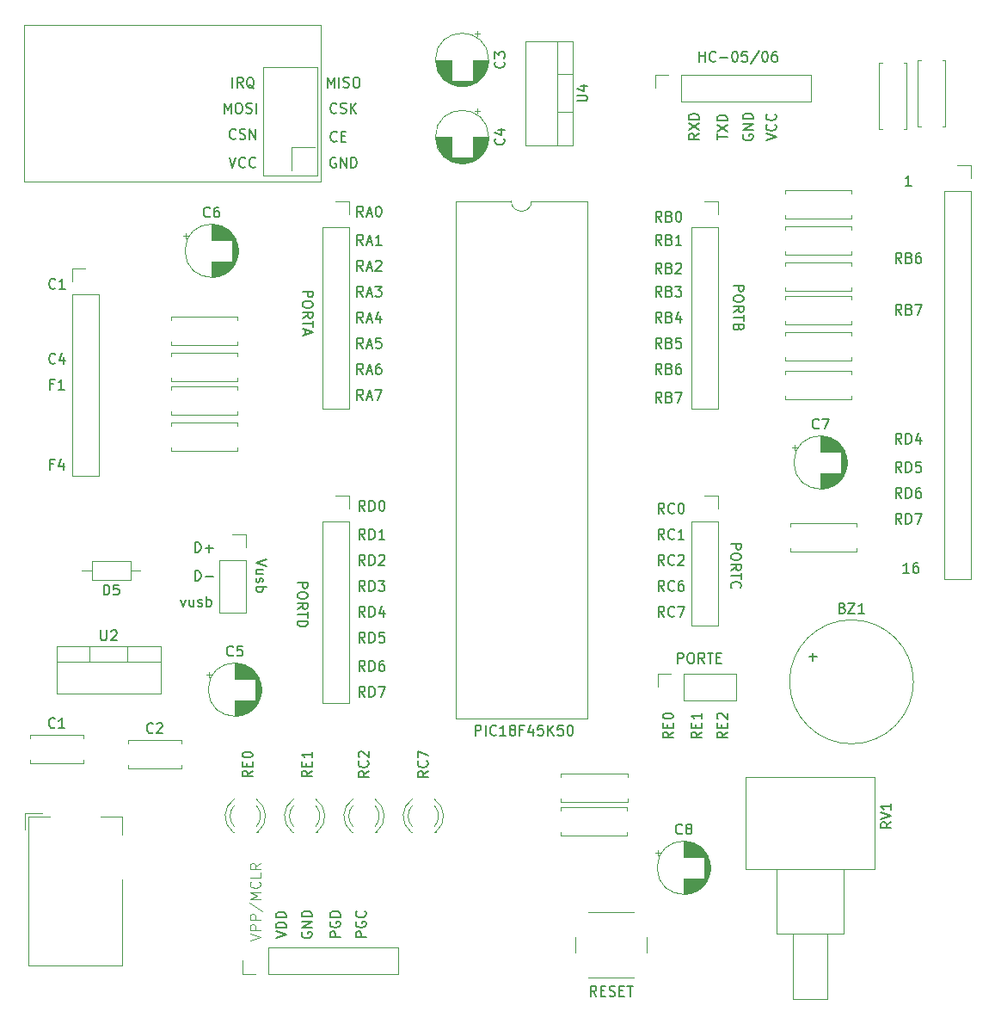
<source format=gto>
G04 #@! TF.GenerationSoftware,KiCad,Pcbnew,5.1.1-8be2ce7~80~ubuntu18.04.1*
G04 #@! TF.CreationDate,2019-04-29T20:02:52-05:00*
G04 #@! TF.ProjectId,Proyecto,50726f79-6563-4746-9f2e-6b696361645f,rev?*
G04 #@! TF.SameCoordinates,Original*
G04 #@! TF.FileFunction,Legend,Top*
G04 #@! TF.FilePolarity,Positive*
%FSLAX46Y46*%
G04 Gerber Fmt 4.6, Leading zero omitted, Abs format (unit mm)*
G04 Created by KiCad (PCBNEW 5.1.1-8be2ce7~80~ubuntu18.04.1) date 2019-04-29 20:02:52*
%MOMM*%
%LPD*%
G04 APERTURE LIST*
%ADD10C,0.150000*%
%ADD11C,0.100000*%
%ADD12C,0.120000*%
G04 APERTURE END LIST*
D10*
X139232285Y-128722380D02*
X139232285Y-127722380D01*
X139613238Y-127722380D01*
X139708476Y-127770000D01*
X139756095Y-127817619D01*
X139803714Y-127912857D01*
X139803714Y-128055714D01*
X139756095Y-128150952D01*
X139708476Y-128198571D01*
X139613238Y-128246190D01*
X139232285Y-128246190D01*
X140232285Y-128722380D02*
X140232285Y-127722380D01*
X141279904Y-128627142D02*
X141232285Y-128674761D01*
X141089428Y-128722380D01*
X140994190Y-128722380D01*
X140851333Y-128674761D01*
X140756095Y-128579523D01*
X140708476Y-128484285D01*
X140660857Y-128293809D01*
X140660857Y-128150952D01*
X140708476Y-127960476D01*
X140756095Y-127865238D01*
X140851333Y-127770000D01*
X140994190Y-127722380D01*
X141089428Y-127722380D01*
X141232285Y-127770000D01*
X141279904Y-127817619D01*
X142232285Y-128722380D02*
X141660857Y-128722380D01*
X141946571Y-128722380D02*
X141946571Y-127722380D01*
X141851333Y-127865238D01*
X141756095Y-127960476D01*
X141660857Y-128008095D01*
X142803714Y-128150952D02*
X142708476Y-128103333D01*
X142660857Y-128055714D01*
X142613238Y-127960476D01*
X142613238Y-127912857D01*
X142660857Y-127817619D01*
X142708476Y-127770000D01*
X142803714Y-127722380D01*
X142994190Y-127722380D01*
X143089428Y-127770000D01*
X143137047Y-127817619D01*
X143184666Y-127912857D01*
X143184666Y-127960476D01*
X143137047Y-128055714D01*
X143089428Y-128103333D01*
X142994190Y-128150952D01*
X142803714Y-128150952D01*
X142708476Y-128198571D01*
X142660857Y-128246190D01*
X142613238Y-128341428D01*
X142613238Y-128531904D01*
X142660857Y-128627142D01*
X142708476Y-128674761D01*
X142803714Y-128722380D01*
X142994190Y-128722380D01*
X143089428Y-128674761D01*
X143137047Y-128627142D01*
X143184666Y-128531904D01*
X143184666Y-128341428D01*
X143137047Y-128246190D01*
X143089428Y-128198571D01*
X142994190Y-128150952D01*
X143946571Y-128198571D02*
X143613238Y-128198571D01*
X143613238Y-128722380D02*
X143613238Y-127722380D01*
X144089428Y-127722380D01*
X144898952Y-128055714D02*
X144898952Y-128722380D01*
X144660857Y-127674761D02*
X144422761Y-128389047D01*
X145041809Y-128389047D01*
X145898952Y-127722380D02*
X145422761Y-127722380D01*
X145375142Y-128198571D01*
X145422761Y-128150952D01*
X145518000Y-128103333D01*
X145756095Y-128103333D01*
X145851333Y-128150952D01*
X145898952Y-128198571D01*
X145946571Y-128293809D01*
X145946571Y-128531904D01*
X145898952Y-128627142D01*
X145851333Y-128674761D01*
X145756095Y-128722380D01*
X145518000Y-128722380D01*
X145422761Y-128674761D01*
X145375142Y-128627142D01*
X146375142Y-128722380D02*
X146375142Y-127722380D01*
X146946571Y-128722380D02*
X146518000Y-128150952D01*
X146946571Y-127722380D02*
X146375142Y-128293809D01*
X147851333Y-127722380D02*
X147375142Y-127722380D01*
X147327523Y-128198571D01*
X147375142Y-128150952D01*
X147470380Y-128103333D01*
X147708476Y-128103333D01*
X147803714Y-128150952D01*
X147851333Y-128198571D01*
X147898952Y-128293809D01*
X147898952Y-128531904D01*
X147851333Y-128627142D01*
X147803714Y-128674761D01*
X147708476Y-128722380D01*
X147470380Y-128722380D01*
X147375142Y-128674761D01*
X147327523Y-128627142D01*
X148518000Y-127722380D02*
X148613238Y-127722380D01*
X148708476Y-127770000D01*
X148756095Y-127817619D01*
X148803714Y-127912857D01*
X148851333Y-128103333D01*
X148851333Y-128341428D01*
X148803714Y-128531904D01*
X148756095Y-128627142D01*
X148708476Y-128674761D01*
X148613238Y-128722380D01*
X148518000Y-128722380D01*
X148422761Y-128674761D01*
X148375142Y-128627142D01*
X148327523Y-128531904D01*
X148279904Y-128341428D01*
X148279904Y-128103333D01*
X148327523Y-127912857D01*
X148375142Y-127817619D01*
X148422761Y-127770000D01*
X148518000Y-127722380D01*
X159170952Y-121610380D02*
X159170952Y-120610380D01*
X159551904Y-120610380D01*
X159647142Y-120658000D01*
X159694761Y-120705619D01*
X159742380Y-120800857D01*
X159742380Y-120943714D01*
X159694761Y-121038952D01*
X159647142Y-121086571D01*
X159551904Y-121134190D01*
X159170952Y-121134190D01*
X160361428Y-120610380D02*
X160551904Y-120610380D01*
X160647142Y-120658000D01*
X160742380Y-120753238D01*
X160790000Y-120943714D01*
X160790000Y-121277047D01*
X160742380Y-121467523D01*
X160647142Y-121562761D01*
X160551904Y-121610380D01*
X160361428Y-121610380D01*
X160266190Y-121562761D01*
X160170952Y-121467523D01*
X160123333Y-121277047D01*
X160123333Y-120943714D01*
X160170952Y-120753238D01*
X160266190Y-120658000D01*
X160361428Y-120610380D01*
X161790000Y-121610380D02*
X161456666Y-121134190D01*
X161218571Y-121610380D02*
X161218571Y-120610380D01*
X161599523Y-120610380D01*
X161694761Y-120658000D01*
X161742380Y-120705619D01*
X161790000Y-120800857D01*
X161790000Y-120943714D01*
X161742380Y-121038952D01*
X161694761Y-121086571D01*
X161599523Y-121134190D01*
X161218571Y-121134190D01*
X162075714Y-120610380D02*
X162647142Y-120610380D01*
X162361428Y-121610380D02*
X162361428Y-120610380D01*
X162980476Y-121086571D02*
X163313809Y-121086571D01*
X163456666Y-121610380D02*
X162980476Y-121610380D01*
X162980476Y-120610380D01*
X163456666Y-120610380D01*
X134564380Y-132238666D02*
X134088190Y-132572000D01*
X134564380Y-132810095D02*
X133564380Y-132810095D01*
X133564380Y-132429142D01*
X133612000Y-132333904D01*
X133659619Y-132286285D01*
X133754857Y-132238666D01*
X133897714Y-132238666D01*
X133992952Y-132286285D01*
X134040571Y-132333904D01*
X134088190Y-132429142D01*
X134088190Y-132810095D01*
X134469142Y-131238666D02*
X134516761Y-131286285D01*
X134564380Y-131429142D01*
X134564380Y-131524380D01*
X134516761Y-131667238D01*
X134421523Y-131762476D01*
X134326285Y-131810095D01*
X134135809Y-131857714D01*
X133992952Y-131857714D01*
X133802476Y-131810095D01*
X133707238Y-131762476D01*
X133612000Y-131667238D01*
X133564380Y-131524380D01*
X133564380Y-131429142D01*
X133612000Y-131286285D01*
X133659619Y-131238666D01*
X133564380Y-130905333D02*
X133564380Y-130238666D01*
X134564380Y-130667238D01*
X128722380Y-132238666D02*
X128246190Y-132572000D01*
X128722380Y-132810095D02*
X127722380Y-132810095D01*
X127722380Y-132429142D01*
X127770000Y-132333904D01*
X127817619Y-132286285D01*
X127912857Y-132238666D01*
X128055714Y-132238666D01*
X128150952Y-132286285D01*
X128198571Y-132333904D01*
X128246190Y-132429142D01*
X128246190Y-132810095D01*
X128627142Y-131238666D02*
X128674761Y-131286285D01*
X128722380Y-131429142D01*
X128722380Y-131524380D01*
X128674761Y-131667238D01*
X128579523Y-131762476D01*
X128484285Y-131810095D01*
X128293809Y-131857714D01*
X128150952Y-131857714D01*
X127960476Y-131810095D01*
X127865238Y-131762476D01*
X127770000Y-131667238D01*
X127722380Y-131524380D01*
X127722380Y-131429142D01*
X127770000Y-131286285D01*
X127817619Y-131238666D01*
X127817619Y-130857714D02*
X127770000Y-130810095D01*
X127722380Y-130714857D01*
X127722380Y-130476761D01*
X127770000Y-130381523D01*
X127817619Y-130333904D01*
X127912857Y-130286285D01*
X128008095Y-130286285D01*
X128150952Y-130333904D01*
X128722380Y-130905333D01*
X128722380Y-130286285D01*
X123134380Y-132191047D02*
X122658190Y-132524380D01*
X123134380Y-132762476D02*
X122134380Y-132762476D01*
X122134380Y-132381523D01*
X122182000Y-132286285D01*
X122229619Y-132238666D01*
X122324857Y-132191047D01*
X122467714Y-132191047D01*
X122562952Y-132238666D01*
X122610571Y-132286285D01*
X122658190Y-132381523D01*
X122658190Y-132762476D01*
X122610571Y-131762476D02*
X122610571Y-131429142D01*
X123134380Y-131286285D02*
X123134380Y-131762476D01*
X122134380Y-131762476D01*
X122134380Y-131286285D01*
X123134380Y-130333904D02*
X123134380Y-130905333D01*
X123134380Y-130619619D02*
X122134380Y-130619619D01*
X122277238Y-130714857D01*
X122372476Y-130810095D01*
X122420095Y-130905333D01*
X117292380Y-132191047D02*
X116816190Y-132524380D01*
X117292380Y-132762476D02*
X116292380Y-132762476D01*
X116292380Y-132381523D01*
X116340000Y-132286285D01*
X116387619Y-132238666D01*
X116482857Y-132191047D01*
X116625714Y-132191047D01*
X116720952Y-132238666D01*
X116768571Y-132286285D01*
X116816190Y-132381523D01*
X116816190Y-132762476D01*
X116768571Y-131762476D02*
X116768571Y-131429142D01*
X117292380Y-131286285D02*
X117292380Y-131762476D01*
X116292380Y-131762476D01*
X116292380Y-131286285D01*
X116292380Y-130667238D02*
X116292380Y-130572000D01*
X116340000Y-130476761D01*
X116387619Y-130429142D01*
X116482857Y-130381523D01*
X116673333Y-130333904D01*
X116911428Y-130333904D01*
X117101904Y-130381523D01*
X117197142Y-130429142D01*
X117244761Y-130476761D01*
X117292380Y-130572000D01*
X117292380Y-130667238D01*
X117244761Y-130762476D01*
X117197142Y-130810095D01*
X117101904Y-130857714D01*
X116911428Y-130905333D01*
X116673333Y-130905333D01*
X116482857Y-130857714D01*
X116387619Y-130810095D01*
X116340000Y-130762476D01*
X116292380Y-130667238D01*
X164028380Y-128381047D02*
X163552190Y-128714380D01*
X164028380Y-128952476D02*
X163028380Y-128952476D01*
X163028380Y-128571523D01*
X163076000Y-128476285D01*
X163123619Y-128428666D01*
X163218857Y-128381047D01*
X163361714Y-128381047D01*
X163456952Y-128428666D01*
X163504571Y-128476285D01*
X163552190Y-128571523D01*
X163552190Y-128952476D01*
X163504571Y-127952476D02*
X163504571Y-127619142D01*
X164028380Y-127476285D02*
X164028380Y-127952476D01*
X163028380Y-127952476D01*
X163028380Y-127476285D01*
X163123619Y-127095333D02*
X163076000Y-127047714D01*
X163028380Y-126952476D01*
X163028380Y-126714380D01*
X163076000Y-126619142D01*
X163123619Y-126571523D01*
X163218857Y-126523904D01*
X163314095Y-126523904D01*
X163456952Y-126571523D01*
X164028380Y-127142952D01*
X164028380Y-126523904D01*
X161488380Y-128381047D02*
X161012190Y-128714380D01*
X161488380Y-128952476D02*
X160488380Y-128952476D01*
X160488380Y-128571523D01*
X160536000Y-128476285D01*
X160583619Y-128428666D01*
X160678857Y-128381047D01*
X160821714Y-128381047D01*
X160916952Y-128428666D01*
X160964571Y-128476285D01*
X161012190Y-128571523D01*
X161012190Y-128952476D01*
X160964571Y-127952476D02*
X160964571Y-127619142D01*
X161488380Y-127476285D02*
X161488380Y-127952476D01*
X160488380Y-127952476D01*
X160488380Y-127476285D01*
X161488380Y-126523904D02*
X161488380Y-127095333D01*
X161488380Y-126809619D02*
X160488380Y-126809619D01*
X160631238Y-126904857D01*
X160726476Y-127000095D01*
X160774095Y-127095333D01*
X158694380Y-128381047D02*
X158218190Y-128714380D01*
X158694380Y-128952476D02*
X157694380Y-128952476D01*
X157694380Y-128571523D01*
X157742000Y-128476285D01*
X157789619Y-128428666D01*
X157884857Y-128381047D01*
X158027714Y-128381047D01*
X158122952Y-128428666D01*
X158170571Y-128476285D01*
X158218190Y-128571523D01*
X158218190Y-128952476D01*
X158170571Y-127952476D02*
X158170571Y-127619142D01*
X158694380Y-127476285D02*
X158694380Y-127952476D01*
X157694380Y-127952476D01*
X157694380Y-127476285D01*
X157694380Y-126857238D02*
X157694380Y-126762000D01*
X157742000Y-126666761D01*
X157789619Y-126619142D01*
X157884857Y-126571523D01*
X158075333Y-126523904D01*
X158313428Y-126523904D01*
X158503904Y-126571523D01*
X158599142Y-126619142D01*
X158646761Y-126666761D01*
X158694380Y-126762000D01*
X158694380Y-126857238D01*
X158646761Y-126952476D01*
X158599142Y-127000095D01*
X158503904Y-127047714D01*
X158313428Y-127095333D01*
X158075333Y-127095333D01*
X157884857Y-127047714D01*
X157789619Y-127000095D01*
X157742000Y-126952476D01*
X157694380Y-126857238D01*
X161266666Y-62428380D02*
X161266666Y-61428380D01*
X161266666Y-61904571D02*
X161838095Y-61904571D01*
X161838095Y-62428380D02*
X161838095Y-61428380D01*
X162885714Y-62333142D02*
X162838095Y-62380761D01*
X162695238Y-62428380D01*
X162600000Y-62428380D01*
X162457142Y-62380761D01*
X162361904Y-62285523D01*
X162314285Y-62190285D01*
X162266666Y-61999809D01*
X162266666Y-61856952D01*
X162314285Y-61666476D01*
X162361904Y-61571238D01*
X162457142Y-61476000D01*
X162600000Y-61428380D01*
X162695238Y-61428380D01*
X162838095Y-61476000D01*
X162885714Y-61523619D01*
X163314285Y-62047428D02*
X164076190Y-62047428D01*
X164742857Y-61428380D02*
X164838095Y-61428380D01*
X164933333Y-61476000D01*
X164980952Y-61523619D01*
X165028571Y-61618857D01*
X165076190Y-61809333D01*
X165076190Y-62047428D01*
X165028571Y-62237904D01*
X164980952Y-62333142D01*
X164933333Y-62380761D01*
X164838095Y-62428380D01*
X164742857Y-62428380D01*
X164647619Y-62380761D01*
X164600000Y-62333142D01*
X164552380Y-62237904D01*
X164504761Y-62047428D01*
X164504761Y-61809333D01*
X164552380Y-61618857D01*
X164600000Y-61523619D01*
X164647619Y-61476000D01*
X164742857Y-61428380D01*
X165980952Y-61428380D02*
X165504761Y-61428380D01*
X165457142Y-61904571D01*
X165504761Y-61856952D01*
X165600000Y-61809333D01*
X165838095Y-61809333D01*
X165933333Y-61856952D01*
X165980952Y-61904571D01*
X166028571Y-61999809D01*
X166028571Y-62237904D01*
X165980952Y-62333142D01*
X165933333Y-62380761D01*
X165838095Y-62428380D01*
X165600000Y-62428380D01*
X165504761Y-62380761D01*
X165457142Y-62333142D01*
X167171428Y-61380761D02*
X166314285Y-62666476D01*
X167695238Y-61428380D02*
X167790476Y-61428380D01*
X167885714Y-61476000D01*
X167933333Y-61523619D01*
X167980952Y-61618857D01*
X168028571Y-61809333D01*
X168028571Y-62047428D01*
X167980952Y-62237904D01*
X167933333Y-62333142D01*
X167885714Y-62380761D01*
X167790476Y-62428380D01*
X167695238Y-62428380D01*
X167600000Y-62380761D01*
X167552380Y-62333142D01*
X167504761Y-62237904D01*
X167457142Y-62047428D01*
X167457142Y-61809333D01*
X167504761Y-61618857D01*
X167552380Y-61523619D01*
X167600000Y-61476000D01*
X167695238Y-61428380D01*
X168885714Y-61428380D02*
X168695238Y-61428380D01*
X168600000Y-61476000D01*
X168552380Y-61523619D01*
X168457142Y-61666476D01*
X168409523Y-61856952D01*
X168409523Y-62237904D01*
X168457142Y-62333142D01*
X168504761Y-62380761D01*
X168600000Y-62428380D01*
X168790476Y-62428380D01*
X168885714Y-62380761D01*
X168933333Y-62333142D01*
X168980952Y-62237904D01*
X168980952Y-61999809D01*
X168933333Y-61904571D01*
X168885714Y-61856952D01*
X168790476Y-61809333D01*
X168600000Y-61809333D01*
X168504761Y-61856952D01*
X168457142Y-61904571D01*
X168409523Y-61999809D01*
X161234380Y-69500666D02*
X160758190Y-69834000D01*
X161234380Y-70072095D02*
X160234380Y-70072095D01*
X160234380Y-69691142D01*
X160282000Y-69595904D01*
X160329619Y-69548285D01*
X160424857Y-69500666D01*
X160567714Y-69500666D01*
X160662952Y-69548285D01*
X160710571Y-69595904D01*
X160758190Y-69691142D01*
X160758190Y-70072095D01*
X160234380Y-69167333D02*
X161234380Y-68500666D01*
X160234380Y-68500666D02*
X161234380Y-69167333D01*
X161234380Y-68119714D02*
X160234380Y-68119714D01*
X160234380Y-67881619D01*
X160282000Y-67738761D01*
X160377238Y-67643523D01*
X160472476Y-67595904D01*
X160662952Y-67548285D01*
X160805809Y-67548285D01*
X160996285Y-67595904D01*
X161091523Y-67643523D01*
X161186761Y-67738761D01*
X161234380Y-67881619D01*
X161234380Y-68119714D01*
X163028380Y-70095904D02*
X163028380Y-69524476D01*
X164028380Y-69810190D02*
X163028380Y-69810190D01*
X163028380Y-69286380D02*
X164028380Y-68619714D01*
X163028380Y-68619714D02*
X164028380Y-69286380D01*
X164028380Y-68238761D02*
X163028380Y-68238761D01*
X163028380Y-68000666D01*
X163076000Y-67857809D01*
X163171238Y-67762571D01*
X163266476Y-67714952D01*
X163456952Y-67667333D01*
X163599809Y-67667333D01*
X163790285Y-67714952D01*
X163885523Y-67762571D01*
X163980761Y-67857809D01*
X164028380Y-68000666D01*
X164028380Y-68238761D01*
X165616000Y-69595904D02*
X165568380Y-69691142D01*
X165568380Y-69834000D01*
X165616000Y-69976857D01*
X165711238Y-70072095D01*
X165806476Y-70119714D01*
X165996952Y-70167333D01*
X166139809Y-70167333D01*
X166330285Y-70119714D01*
X166425523Y-70072095D01*
X166520761Y-69976857D01*
X166568380Y-69834000D01*
X166568380Y-69738761D01*
X166520761Y-69595904D01*
X166473142Y-69548285D01*
X166139809Y-69548285D01*
X166139809Y-69738761D01*
X166568380Y-69119714D02*
X165568380Y-69119714D01*
X166568380Y-68548285D01*
X165568380Y-68548285D01*
X166568380Y-68072095D02*
X165568380Y-68072095D01*
X165568380Y-67834000D01*
X165616000Y-67691142D01*
X165711238Y-67595904D01*
X165806476Y-67548285D01*
X165996952Y-67500666D01*
X166139809Y-67500666D01*
X166330285Y-67548285D01*
X166425523Y-67595904D01*
X166520761Y-67691142D01*
X166568380Y-67834000D01*
X166568380Y-68072095D01*
X167854380Y-70167333D02*
X168854380Y-69834000D01*
X167854380Y-69500666D01*
X168759142Y-68595904D02*
X168806761Y-68643523D01*
X168854380Y-68786380D01*
X168854380Y-68881619D01*
X168806761Y-69024476D01*
X168711523Y-69119714D01*
X168616285Y-69167333D01*
X168425809Y-69214952D01*
X168282952Y-69214952D01*
X168092476Y-69167333D01*
X167997238Y-69119714D01*
X167902000Y-69024476D01*
X167854380Y-68881619D01*
X167854380Y-68786380D01*
X167902000Y-68643523D01*
X167949619Y-68595904D01*
X168759142Y-67595904D02*
X168806761Y-67643523D01*
X168854380Y-67786380D01*
X168854380Y-67881619D01*
X168806761Y-68024476D01*
X168711523Y-68119714D01*
X168616285Y-68167333D01*
X168425809Y-68214952D01*
X168282952Y-68214952D01*
X168092476Y-68167333D01*
X167997238Y-68119714D01*
X167902000Y-68024476D01*
X167854380Y-67881619D01*
X167854380Y-67786380D01*
X167902000Y-67643523D01*
X167949619Y-67595904D01*
X97877333Y-92051142D02*
X97829714Y-92098761D01*
X97686857Y-92146380D01*
X97591619Y-92146380D01*
X97448761Y-92098761D01*
X97353523Y-92003523D01*
X97305904Y-91908285D01*
X97258285Y-91717809D01*
X97258285Y-91574952D01*
X97305904Y-91384476D01*
X97353523Y-91289238D01*
X97448761Y-91194000D01*
X97591619Y-91146380D01*
X97686857Y-91146380D01*
X97829714Y-91194000D01*
X97877333Y-91241619D01*
X98734476Y-91479714D02*
X98734476Y-92146380D01*
X98496380Y-91098761D02*
X98258285Y-91813047D01*
X98877333Y-91813047D01*
X97877333Y-84685142D02*
X97829714Y-84732761D01*
X97686857Y-84780380D01*
X97591619Y-84780380D01*
X97448761Y-84732761D01*
X97353523Y-84637523D01*
X97305904Y-84542285D01*
X97258285Y-84351809D01*
X97258285Y-84208952D01*
X97305904Y-84018476D01*
X97353523Y-83923238D01*
X97448761Y-83828000D01*
X97591619Y-83780380D01*
X97686857Y-83780380D01*
X97829714Y-83828000D01*
X97877333Y-83875619D01*
X98829714Y-84780380D02*
X98258285Y-84780380D01*
X98544000Y-84780380D02*
X98544000Y-83780380D01*
X98448761Y-83923238D01*
X98353523Y-84018476D01*
X98258285Y-84066095D01*
X97710666Y-102036571D02*
X97377333Y-102036571D01*
X97377333Y-102560380D02*
X97377333Y-101560380D01*
X97853523Y-101560380D01*
X98663047Y-101893714D02*
X98663047Y-102560380D01*
X98424952Y-101512761D02*
X98186857Y-102227047D01*
X98805904Y-102227047D01*
X97710666Y-94162571D02*
X97377333Y-94162571D01*
X97377333Y-94686380D02*
X97377333Y-93686380D01*
X97853523Y-93686380D01*
X98758285Y-94686380D02*
X98186857Y-94686380D01*
X98472571Y-94686380D02*
X98472571Y-93686380D01*
X98377333Y-93829238D01*
X98282095Y-93924476D01*
X98186857Y-93972095D01*
X115308190Y-64968380D02*
X115308190Y-63968380D01*
X116355809Y-64968380D02*
X116022476Y-64492190D01*
X115784380Y-64968380D02*
X115784380Y-63968380D01*
X116165333Y-63968380D01*
X116260571Y-64016000D01*
X116308190Y-64063619D01*
X116355809Y-64158857D01*
X116355809Y-64301714D01*
X116308190Y-64396952D01*
X116260571Y-64444571D01*
X116165333Y-64492190D01*
X115784380Y-64492190D01*
X117451047Y-65063619D02*
X117355809Y-65016000D01*
X117260571Y-64920761D01*
X117117714Y-64777904D01*
X117022476Y-64730285D01*
X116927238Y-64730285D01*
X116974857Y-64968380D02*
X116879619Y-64920761D01*
X116784380Y-64825523D01*
X116736761Y-64635047D01*
X116736761Y-64301714D01*
X116784380Y-64111238D01*
X116879619Y-64016000D01*
X116974857Y-63968380D01*
X117165333Y-63968380D01*
X117260571Y-64016000D01*
X117355809Y-64111238D01*
X117403428Y-64301714D01*
X117403428Y-64635047D01*
X117355809Y-64825523D01*
X117260571Y-64920761D01*
X117165333Y-64968380D01*
X116974857Y-64968380D01*
X124666571Y-64968380D02*
X124666571Y-63968380D01*
X124999904Y-64682666D01*
X125333238Y-63968380D01*
X125333238Y-64968380D01*
X125809428Y-64968380D02*
X125809428Y-63968380D01*
X126238000Y-64920761D02*
X126380857Y-64968380D01*
X126618952Y-64968380D01*
X126714190Y-64920761D01*
X126761809Y-64873142D01*
X126809428Y-64777904D01*
X126809428Y-64682666D01*
X126761809Y-64587428D01*
X126714190Y-64539809D01*
X126618952Y-64492190D01*
X126428476Y-64444571D01*
X126333238Y-64396952D01*
X126285619Y-64349333D01*
X126238000Y-64254095D01*
X126238000Y-64158857D01*
X126285619Y-64063619D01*
X126333238Y-64016000D01*
X126428476Y-63968380D01*
X126666571Y-63968380D01*
X126809428Y-64016000D01*
X127428476Y-63968380D02*
X127618952Y-63968380D01*
X127714190Y-64016000D01*
X127809428Y-64111238D01*
X127857047Y-64301714D01*
X127857047Y-64635047D01*
X127809428Y-64825523D01*
X127714190Y-64920761D01*
X127618952Y-64968380D01*
X127428476Y-64968380D01*
X127333238Y-64920761D01*
X127238000Y-64825523D01*
X127190380Y-64635047D01*
X127190380Y-64301714D01*
X127238000Y-64111238D01*
X127333238Y-64016000D01*
X127428476Y-63968380D01*
X114506571Y-67508380D02*
X114506571Y-66508380D01*
X114839904Y-67222666D01*
X115173238Y-66508380D01*
X115173238Y-67508380D01*
X115839904Y-66508380D02*
X116030380Y-66508380D01*
X116125619Y-66556000D01*
X116220857Y-66651238D01*
X116268476Y-66841714D01*
X116268476Y-67175047D01*
X116220857Y-67365523D01*
X116125619Y-67460761D01*
X116030380Y-67508380D01*
X115839904Y-67508380D01*
X115744666Y-67460761D01*
X115649428Y-67365523D01*
X115601809Y-67175047D01*
X115601809Y-66841714D01*
X115649428Y-66651238D01*
X115744666Y-66556000D01*
X115839904Y-66508380D01*
X116649428Y-67460761D02*
X116792285Y-67508380D01*
X117030380Y-67508380D01*
X117125619Y-67460761D01*
X117173238Y-67413142D01*
X117220857Y-67317904D01*
X117220857Y-67222666D01*
X117173238Y-67127428D01*
X117125619Y-67079809D01*
X117030380Y-67032190D01*
X116839904Y-66984571D01*
X116744666Y-66936952D01*
X116697047Y-66889333D01*
X116649428Y-66794095D01*
X116649428Y-66698857D01*
X116697047Y-66603619D01*
X116744666Y-66556000D01*
X116839904Y-66508380D01*
X117078000Y-66508380D01*
X117220857Y-66556000D01*
X117649428Y-67508380D02*
X117649428Y-66508380D01*
X125571333Y-67413142D02*
X125523714Y-67460761D01*
X125380857Y-67508380D01*
X125285619Y-67508380D01*
X125142761Y-67460761D01*
X125047523Y-67365523D01*
X124999904Y-67270285D01*
X124952285Y-67079809D01*
X124952285Y-66936952D01*
X124999904Y-66746476D01*
X125047523Y-66651238D01*
X125142761Y-66556000D01*
X125285619Y-66508380D01*
X125380857Y-66508380D01*
X125523714Y-66556000D01*
X125571333Y-66603619D01*
X125952285Y-67460761D02*
X126095142Y-67508380D01*
X126333238Y-67508380D01*
X126428476Y-67460761D01*
X126476095Y-67413142D01*
X126523714Y-67317904D01*
X126523714Y-67222666D01*
X126476095Y-67127428D01*
X126428476Y-67079809D01*
X126333238Y-67032190D01*
X126142761Y-66984571D01*
X126047523Y-66936952D01*
X125999904Y-66889333D01*
X125952285Y-66794095D01*
X125952285Y-66698857D01*
X125999904Y-66603619D01*
X126047523Y-66556000D01*
X126142761Y-66508380D01*
X126380857Y-66508380D01*
X126523714Y-66556000D01*
X126952285Y-67508380D02*
X126952285Y-66508380D01*
X127523714Y-67508380D02*
X127095142Y-66936952D01*
X127523714Y-66508380D02*
X126952285Y-67079809D01*
X115641523Y-69953142D02*
X115593904Y-70000761D01*
X115451047Y-70048380D01*
X115355809Y-70048380D01*
X115212952Y-70000761D01*
X115117714Y-69905523D01*
X115070095Y-69810285D01*
X115022476Y-69619809D01*
X115022476Y-69476952D01*
X115070095Y-69286476D01*
X115117714Y-69191238D01*
X115212952Y-69096000D01*
X115355809Y-69048380D01*
X115451047Y-69048380D01*
X115593904Y-69096000D01*
X115641523Y-69143619D01*
X116022476Y-70000761D02*
X116165333Y-70048380D01*
X116403428Y-70048380D01*
X116498666Y-70000761D01*
X116546285Y-69953142D01*
X116593904Y-69857904D01*
X116593904Y-69762666D01*
X116546285Y-69667428D01*
X116498666Y-69619809D01*
X116403428Y-69572190D01*
X116212952Y-69524571D01*
X116117714Y-69476952D01*
X116070095Y-69429333D01*
X116022476Y-69334095D01*
X116022476Y-69238857D01*
X116070095Y-69143619D01*
X116117714Y-69096000D01*
X116212952Y-69048380D01*
X116451047Y-69048380D01*
X116593904Y-69096000D01*
X117022476Y-70048380D02*
X117022476Y-69048380D01*
X117593904Y-70048380D01*
X117593904Y-69048380D01*
X125587142Y-70207142D02*
X125539523Y-70254761D01*
X125396666Y-70302380D01*
X125301428Y-70302380D01*
X125158571Y-70254761D01*
X125063333Y-70159523D01*
X125015714Y-70064285D01*
X124968095Y-69873809D01*
X124968095Y-69730952D01*
X125015714Y-69540476D01*
X125063333Y-69445238D01*
X125158571Y-69350000D01*
X125301428Y-69302380D01*
X125396666Y-69302380D01*
X125539523Y-69350000D01*
X125587142Y-69397619D01*
X126015714Y-69778571D02*
X126349047Y-69778571D01*
X126491904Y-70302380D02*
X126015714Y-70302380D01*
X126015714Y-69302380D01*
X126491904Y-69302380D01*
X114998666Y-71842380D02*
X115332000Y-72842380D01*
X115665333Y-71842380D01*
X116570095Y-72747142D02*
X116522476Y-72794761D01*
X116379619Y-72842380D01*
X116284380Y-72842380D01*
X116141523Y-72794761D01*
X116046285Y-72699523D01*
X115998666Y-72604285D01*
X115951047Y-72413809D01*
X115951047Y-72270952D01*
X115998666Y-72080476D01*
X116046285Y-71985238D01*
X116141523Y-71890000D01*
X116284380Y-71842380D01*
X116379619Y-71842380D01*
X116522476Y-71890000D01*
X116570095Y-71937619D01*
X117570095Y-72747142D02*
X117522476Y-72794761D01*
X117379619Y-72842380D01*
X117284380Y-72842380D01*
X117141523Y-72794761D01*
X117046285Y-72699523D01*
X116998666Y-72604285D01*
X116951047Y-72413809D01*
X116951047Y-72270952D01*
X116998666Y-72080476D01*
X117046285Y-71985238D01*
X117141523Y-71890000D01*
X117284380Y-71842380D01*
X117379619Y-71842380D01*
X117522476Y-71890000D01*
X117570095Y-71937619D01*
X125476095Y-71890000D02*
X125380857Y-71842380D01*
X125238000Y-71842380D01*
X125095142Y-71890000D01*
X124999904Y-71985238D01*
X124952285Y-72080476D01*
X124904666Y-72270952D01*
X124904666Y-72413809D01*
X124952285Y-72604285D01*
X124999904Y-72699523D01*
X125095142Y-72794761D01*
X125238000Y-72842380D01*
X125333238Y-72842380D01*
X125476095Y-72794761D01*
X125523714Y-72747142D01*
X125523714Y-72413809D01*
X125333238Y-72413809D01*
X125952285Y-72842380D02*
X125952285Y-71842380D01*
X126523714Y-72842380D01*
X126523714Y-71842380D01*
X126999904Y-72842380D02*
X126999904Y-71842380D01*
X127238000Y-71842380D01*
X127380857Y-71890000D01*
X127476095Y-71985238D01*
X127523714Y-72080476D01*
X127571333Y-72270952D01*
X127571333Y-72413809D01*
X127523714Y-72604285D01*
X127476095Y-72699523D01*
X127380857Y-72794761D01*
X127238000Y-72842380D01*
X126999904Y-72842380D01*
X181197333Y-107894380D02*
X180864000Y-107418190D01*
X180625904Y-107894380D02*
X180625904Y-106894380D01*
X181006857Y-106894380D01*
X181102095Y-106942000D01*
X181149714Y-106989619D01*
X181197333Y-107084857D01*
X181197333Y-107227714D01*
X181149714Y-107322952D01*
X181102095Y-107370571D01*
X181006857Y-107418190D01*
X180625904Y-107418190D01*
X181625904Y-107894380D02*
X181625904Y-106894380D01*
X181864000Y-106894380D01*
X182006857Y-106942000D01*
X182102095Y-107037238D01*
X182149714Y-107132476D01*
X182197333Y-107322952D01*
X182197333Y-107465809D01*
X182149714Y-107656285D01*
X182102095Y-107751523D01*
X182006857Y-107846761D01*
X181864000Y-107894380D01*
X181625904Y-107894380D01*
X182530666Y-106894380D02*
X183197333Y-106894380D01*
X182768761Y-107894380D01*
X181197333Y-105354380D02*
X180864000Y-104878190D01*
X180625904Y-105354380D02*
X180625904Y-104354380D01*
X181006857Y-104354380D01*
X181102095Y-104402000D01*
X181149714Y-104449619D01*
X181197333Y-104544857D01*
X181197333Y-104687714D01*
X181149714Y-104782952D01*
X181102095Y-104830571D01*
X181006857Y-104878190D01*
X180625904Y-104878190D01*
X181625904Y-105354380D02*
X181625904Y-104354380D01*
X181864000Y-104354380D01*
X182006857Y-104402000D01*
X182102095Y-104497238D01*
X182149714Y-104592476D01*
X182197333Y-104782952D01*
X182197333Y-104925809D01*
X182149714Y-105116285D01*
X182102095Y-105211523D01*
X182006857Y-105306761D01*
X181864000Y-105354380D01*
X181625904Y-105354380D01*
X183054476Y-104354380D02*
X182864000Y-104354380D01*
X182768761Y-104402000D01*
X182721142Y-104449619D01*
X182625904Y-104592476D01*
X182578285Y-104782952D01*
X182578285Y-105163904D01*
X182625904Y-105259142D01*
X182673523Y-105306761D01*
X182768761Y-105354380D01*
X182959238Y-105354380D01*
X183054476Y-105306761D01*
X183102095Y-105259142D01*
X183149714Y-105163904D01*
X183149714Y-104925809D01*
X183102095Y-104830571D01*
X183054476Y-104782952D01*
X182959238Y-104735333D01*
X182768761Y-104735333D01*
X182673523Y-104782952D01*
X182625904Y-104830571D01*
X182578285Y-104925809D01*
X181197333Y-102814380D02*
X180864000Y-102338190D01*
X180625904Y-102814380D02*
X180625904Y-101814380D01*
X181006857Y-101814380D01*
X181102095Y-101862000D01*
X181149714Y-101909619D01*
X181197333Y-102004857D01*
X181197333Y-102147714D01*
X181149714Y-102242952D01*
X181102095Y-102290571D01*
X181006857Y-102338190D01*
X180625904Y-102338190D01*
X181625904Y-102814380D02*
X181625904Y-101814380D01*
X181864000Y-101814380D01*
X182006857Y-101862000D01*
X182102095Y-101957238D01*
X182149714Y-102052476D01*
X182197333Y-102242952D01*
X182197333Y-102385809D01*
X182149714Y-102576285D01*
X182102095Y-102671523D01*
X182006857Y-102766761D01*
X181864000Y-102814380D01*
X181625904Y-102814380D01*
X183102095Y-101814380D02*
X182625904Y-101814380D01*
X182578285Y-102290571D01*
X182625904Y-102242952D01*
X182721142Y-102195333D01*
X182959238Y-102195333D01*
X183054476Y-102242952D01*
X183102095Y-102290571D01*
X183149714Y-102385809D01*
X183149714Y-102623904D01*
X183102095Y-102719142D01*
X183054476Y-102766761D01*
X182959238Y-102814380D01*
X182721142Y-102814380D01*
X182625904Y-102766761D01*
X182578285Y-102719142D01*
X181197333Y-100020380D02*
X180864000Y-99544190D01*
X180625904Y-100020380D02*
X180625904Y-99020380D01*
X181006857Y-99020380D01*
X181102095Y-99068000D01*
X181149714Y-99115619D01*
X181197333Y-99210857D01*
X181197333Y-99353714D01*
X181149714Y-99448952D01*
X181102095Y-99496571D01*
X181006857Y-99544190D01*
X180625904Y-99544190D01*
X181625904Y-100020380D02*
X181625904Y-99020380D01*
X181864000Y-99020380D01*
X182006857Y-99068000D01*
X182102095Y-99163238D01*
X182149714Y-99258476D01*
X182197333Y-99448952D01*
X182197333Y-99591809D01*
X182149714Y-99782285D01*
X182102095Y-99877523D01*
X182006857Y-99972761D01*
X181864000Y-100020380D01*
X181625904Y-100020380D01*
X183054476Y-99353714D02*
X183054476Y-100020380D01*
X182816380Y-98972761D02*
X182578285Y-99687047D01*
X183197333Y-99687047D01*
X181197333Y-87320380D02*
X180864000Y-86844190D01*
X180625904Y-87320380D02*
X180625904Y-86320380D01*
X181006857Y-86320380D01*
X181102095Y-86368000D01*
X181149714Y-86415619D01*
X181197333Y-86510857D01*
X181197333Y-86653714D01*
X181149714Y-86748952D01*
X181102095Y-86796571D01*
X181006857Y-86844190D01*
X180625904Y-86844190D01*
X181959238Y-86796571D02*
X182102095Y-86844190D01*
X182149714Y-86891809D01*
X182197333Y-86987047D01*
X182197333Y-87129904D01*
X182149714Y-87225142D01*
X182102095Y-87272761D01*
X182006857Y-87320380D01*
X181625904Y-87320380D01*
X181625904Y-86320380D01*
X181959238Y-86320380D01*
X182054476Y-86368000D01*
X182102095Y-86415619D01*
X182149714Y-86510857D01*
X182149714Y-86606095D01*
X182102095Y-86701333D01*
X182054476Y-86748952D01*
X181959238Y-86796571D01*
X181625904Y-86796571D01*
X182530666Y-86320380D02*
X183197333Y-86320380D01*
X182768761Y-87320380D01*
X181197333Y-82240380D02*
X180864000Y-81764190D01*
X180625904Y-82240380D02*
X180625904Y-81240380D01*
X181006857Y-81240380D01*
X181102095Y-81288000D01*
X181149714Y-81335619D01*
X181197333Y-81430857D01*
X181197333Y-81573714D01*
X181149714Y-81668952D01*
X181102095Y-81716571D01*
X181006857Y-81764190D01*
X180625904Y-81764190D01*
X181959238Y-81716571D02*
X182102095Y-81764190D01*
X182149714Y-81811809D01*
X182197333Y-81907047D01*
X182197333Y-82049904D01*
X182149714Y-82145142D01*
X182102095Y-82192761D01*
X182006857Y-82240380D01*
X181625904Y-82240380D01*
X181625904Y-81240380D01*
X181959238Y-81240380D01*
X182054476Y-81288000D01*
X182102095Y-81335619D01*
X182149714Y-81430857D01*
X182149714Y-81526095D01*
X182102095Y-81621333D01*
X182054476Y-81668952D01*
X181959238Y-81716571D01*
X181625904Y-81716571D01*
X183054476Y-81240380D02*
X182864000Y-81240380D01*
X182768761Y-81288000D01*
X182721142Y-81335619D01*
X182625904Y-81478476D01*
X182578285Y-81668952D01*
X182578285Y-82049904D01*
X182625904Y-82145142D01*
X182673523Y-82192761D01*
X182768761Y-82240380D01*
X182959238Y-82240380D01*
X183054476Y-82192761D01*
X183102095Y-82145142D01*
X183149714Y-82049904D01*
X183149714Y-81811809D01*
X183102095Y-81716571D01*
X183054476Y-81668952D01*
X182959238Y-81621333D01*
X182768761Y-81621333D01*
X182673523Y-81668952D01*
X182625904Y-81716571D01*
X182578285Y-81811809D01*
X181927523Y-112720380D02*
X181356095Y-112720380D01*
X181641809Y-112720380D02*
X181641809Y-111720380D01*
X181546571Y-111863238D01*
X181451333Y-111958476D01*
X181356095Y-112006095D01*
X182784666Y-111720380D02*
X182594190Y-111720380D01*
X182498952Y-111768000D01*
X182451333Y-111815619D01*
X182356095Y-111958476D01*
X182308476Y-112148952D01*
X182308476Y-112529904D01*
X182356095Y-112625142D01*
X182403714Y-112672761D01*
X182498952Y-112720380D01*
X182689428Y-112720380D01*
X182784666Y-112672761D01*
X182832285Y-112625142D01*
X182879904Y-112529904D01*
X182879904Y-112291809D01*
X182832285Y-112196571D01*
X182784666Y-112148952D01*
X182689428Y-112101333D01*
X182498952Y-112101333D01*
X182403714Y-112148952D01*
X182356095Y-112196571D01*
X182308476Y-112291809D01*
X182149714Y-74620380D02*
X181578285Y-74620380D01*
X181864000Y-74620380D02*
X181864000Y-73620380D01*
X181768761Y-73763238D01*
X181673523Y-73858476D01*
X181578285Y-73906095D01*
X157575333Y-95956380D02*
X157242000Y-95480190D01*
X157003904Y-95956380D02*
X157003904Y-94956380D01*
X157384857Y-94956380D01*
X157480095Y-95004000D01*
X157527714Y-95051619D01*
X157575333Y-95146857D01*
X157575333Y-95289714D01*
X157527714Y-95384952D01*
X157480095Y-95432571D01*
X157384857Y-95480190D01*
X157003904Y-95480190D01*
X158337238Y-95432571D02*
X158480095Y-95480190D01*
X158527714Y-95527809D01*
X158575333Y-95623047D01*
X158575333Y-95765904D01*
X158527714Y-95861142D01*
X158480095Y-95908761D01*
X158384857Y-95956380D01*
X158003904Y-95956380D01*
X158003904Y-94956380D01*
X158337238Y-94956380D01*
X158432476Y-95004000D01*
X158480095Y-95051619D01*
X158527714Y-95146857D01*
X158527714Y-95242095D01*
X158480095Y-95337333D01*
X158432476Y-95384952D01*
X158337238Y-95432571D01*
X158003904Y-95432571D01*
X158908666Y-94956380D02*
X159575333Y-94956380D01*
X159146761Y-95956380D01*
X157575333Y-93162380D02*
X157242000Y-92686190D01*
X157003904Y-93162380D02*
X157003904Y-92162380D01*
X157384857Y-92162380D01*
X157480095Y-92210000D01*
X157527714Y-92257619D01*
X157575333Y-92352857D01*
X157575333Y-92495714D01*
X157527714Y-92590952D01*
X157480095Y-92638571D01*
X157384857Y-92686190D01*
X157003904Y-92686190D01*
X158337238Y-92638571D02*
X158480095Y-92686190D01*
X158527714Y-92733809D01*
X158575333Y-92829047D01*
X158575333Y-92971904D01*
X158527714Y-93067142D01*
X158480095Y-93114761D01*
X158384857Y-93162380D01*
X158003904Y-93162380D01*
X158003904Y-92162380D01*
X158337238Y-92162380D01*
X158432476Y-92210000D01*
X158480095Y-92257619D01*
X158527714Y-92352857D01*
X158527714Y-92448095D01*
X158480095Y-92543333D01*
X158432476Y-92590952D01*
X158337238Y-92638571D01*
X158003904Y-92638571D01*
X159432476Y-92162380D02*
X159242000Y-92162380D01*
X159146761Y-92210000D01*
X159099142Y-92257619D01*
X159003904Y-92400476D01*
X158956285Y-92590952D01*
X158956285Y-92971904D01*
X159003904Y-93067142D01*
X159051523Y-93114761D01*
X159146761Y-93162380D01*
X159337238Y-93162380D01*
X159432476Y-93114761D01*
X159480095Y-93067142D01*
X159527714Y-92971904D01*
X159527714Y-92733809D01*
X159480095Y-92638571D01*
X159432476Y-92590952D01*
X159337238Y-92543333D01*
X159146761Y-92543333D01*
X159051523Y-92590952D01*
X159003904Y-92638571D01*
X158956285Y-92733809D01*
X157575333Y-90622380D02*
X157242000Y-90146190D01*
X157003904Y-90622380D02*
X157003904Y-89622380D01*
X157384857Y-89622380D01*
X157480095Y-89670000D01*
X157527714Y-89717619D01*
X157575333Y-89812857D01*
X157575333Y-89955714D01*
X157527714Y-90050952D01*
X157480095Y-90098571D01*
X157384857Y-90146190D01*
X157003904Y-90146190D01*
X158337238Y-90098571D02*
X158480095Y-90146190D01*
X158527714Y-90193809D01*
X158575333Y-90289047D01*
X158575333Y-90431904D01*
X158527714Y-90527142D01*
X158480095Y-90574761D01*
X158384857Y-90622380D01*
X158003904Y-90622380D01*
X158003904Y-89622380D01*
X158337238Y-89622380D01*
X158432476Y-89670000D01*
X158480095Y-89717619D01*
X158527714Y-89812857D01*
X158527714Y-89908095D01*
X158480095Y-90003333D01*
X158432476Y-90050952D01*
X158337238Y-90098571D01*
X158003904Y-90098571D01*
X159480095Y-89622380D02*
X159003904Y-89622380D01*
X158956285Y-90098571D01*
X159003904Y-90050952D01*
X159099142Y-90003333D01*
X159337238Y-90003333D01*
X159432476Y-90050952D01*
X159480095Y-90098571D01*
X159527714Y-90193809D01*
X159527714Y-90431904D01*
X159480095Y-90527142D01*
X159432476Y-90574761D01*
X159337238Y-90622380D01*
X159099142Y-90622380D01*
X159003904Y-90574761D01*
X158956285Y-90527142D01*
X157575333Y-88082380D02*
X157242000Y-87606190D01*
X157003904Y-88082380D02*
X157003904Y-87082380D01*
X157384857Y-87082380D01*
X157480095Y-87130000D01*
X157527714Y-87177619D01*
X157575333Y-87272857D01*
X157575333Y-87415714D01*
X157527714Y-87510952D01*
X157480095Y-87558571D01*
X157384857Y-87606190D01*
X157003904Y-87606190D01*
X158337238Y-87558571D02*
X158480095Y-87606190D01*
X158527714Y-87653809D01*
X158575333Y-87749047D01*
X158575333Y-87891904D01*
X158527714Y-87987142D01*
X158480095Y-88034761D01*
X158384857Y-88082380D01*
X158003904Y-88082380D01*
X158003904Y-87082380D01*
X158337238Y-87082380D01*
X158432476Y-87130000D01*
X158480095Y-87177619D01*
X158527714Y-87272857D01*
X158527714Y-87368095D01*
X158480095Y-87463333D01*
X158432476Y-87510952D01*
X158337238Y-87558571D01*
X158003904Y-87558571D01*
X159432476Y-87415714D02*
X159432476Y-88082380D01*
X159194380Y-87034761D02*
X158956285Y-87749047D01*
X159575333Y-87749047D01*
X157575333Y-85542380D02*
X157242000Y-85066190D01*
X157003904Y-85542380D02*
X157003904Y-84542380D01*
X157384857Y-84542380D01*
X157480095Y-84590000D01*
X157527714Y-84637619D01*
X157575333Y-84732857D01*
X157575333Y-84875714D01*
X157527714Y-84970952D01*
X157480095Y-85018571D01*
X157384857Y-85066190D01*
X157003904Y-85066190D01*
X158337238Y-85018571D02*
X158480095Y-85066190D01*
X158527714Y-85113809D01*
X158575333Y-85209047D01*
X158575333Y-85351904D01*
X158527714Y-85447142D01*
X158480095Y-85494761D01*
X158384857Y-85542380D01*
X158003904Y-85542380D01*
X158003904Y-84542380D01*
X158337238Y-84542380D01*
X158432476Y-84590000D01*
X158480095Y-84637619D01*
X158527714Y-84732857D01*
X158527714Y-84828095D01*
X158480095Y-84923333D01*
X158432476Y-84970952D01*
X158337238Y-85018571D01*
X158003904Y-85018571D01*
X158908666Y-84542380D02*
X159527714Y-84542380D01*
X159194380Y-84923333D01*
X159337238Y-84923333D01*
X159432476Y-84970952D01*
X159480095Y-85018571D01*
X159527714Y-85113809D01*
X159527714Y-85351904D01*
X159480095Y-85447142D01*
X159432476Y-85494761D01*
X159337238Y-85542380D01*
X159051523Y-85542380D01*
X158956285Y-85494761D01*
X158908666Y-85447142D01*
X157575333Y-83256380D02*
X157242000Y-82780190D01*
X157003904Y-83256380D02*
X157003904Y-82256380D01*
X157384857Y-82256380D01*
X157480095Y-82304000D01*
X157527714Y-82351619D01*
X157575333Y-82446857D01*
X157575333Y-82589714D01*
X157527714Y-82684952D01*
X157480095Y-82732571D01*
X157384857Y-82780190D01*
X157003904Y-82780190D01*
X158337238Y-82732571D02*
X158480095Y-82780190D01*
X158527714Y-82827809D01*
X158575333Y-82923047D01*
X158575333Y-83065904D01*
X158527714Y-83161142D01*
X158480095Y-83208761D01*
X158384857Y-83256380D01*
X158003904Y-83256380D01*
X158003904Y-82256380D01*
X158337238Y-82256380D01*
X158432476Y-82304000D01*
X158480095Y-82351619D01*
X158527714Y-82446857D01*
X158527714Y-82542095D01*
X158480095Y-82637333D01*
X158432476Y-82684952D01*
X158337238Y-82732571D01*
X158003904Y-82732571D01*
X158956285Y-82351619D02*
X159003904Y-82304000D01*
X159099142Y-82256380D01*
X159337238Y-82256380D01*
X159432476Y-82304000D01*
X159480095Y-82351619D01*
X159527714Y-82446857D01*
X159527714Y-82542095D01*
X159480095Y-82684952D01*
X158908666Y-83256380D01*
X159527714Y-83256380D01*
X157575333Y-80462380D02*
X157242000Y-79986190D01*
X157003904Y-80462380D02*
X157003904Y-79462380D01*
X157384857Y-79462380D01*
X157480095Y-79510000D01*
X157527714Y-79557619D01*
X157575333Y-79652857D01*
X157575333Y-79795714D01*
X157527714Y-79890952D01*
X157480095Y-79938571D01*
X157384857Y-79986190D01*
X157003904Y-79986190D01*
X158337238Y-79938571D02*
X158480095Y-79986190D01*
X158527714Y-80033809D01*
X158575333Y-80129047D01*
X158575333Y-80271904D01*
X158527714Y-80367142D01*
X158480095Y-80414761D01*
X158384857Y-80462380D01*
X158003904Y-80462380D01*
X158003904Y-79462380D01*
X158337238Y-79462380D01*
X158432476Y-79510000D01*
X158480095Y-79557619D01*
X158527714Y-79652857D01*
X158527714Y-79748095D01*
X158480095Y-79843333D01*
X158432476Y-79890952D01*
X158337238Y-79938571D01*
X158003904Y-79938571D01*
X159527714Y-80462380D02*
X158956285Y-80462380D01*
X159242000Y-80462380D02*
X159242000Y-79462380D01*
X159146761Y-79605238D01*
X159051523Y-79700476D01*
X158956285Y-79748095D01*
X157575333Y-78176380D02*
X157242000Y-77700190D01*
X157003904Y-78176380D02*
X157003904Y-77176380D01*
X157384857Y-77176380D01*
X157480095Y-77224000D01*
X157527714Y-77271619D01*
X157575333Y-77366857D01*
X157575333Y-77509714D01*
X157527714Y-77604952D01*
X157480095Y-77652571D01*
X157384857Y-77700190D01*
X157003904Y-77700190D01*
X158337238Y-77652571D02*
X158480095Y-77700190D01*
X158527714Y-77747809D01*
X158575333Y-77843047D01*
X158575333Y-77985904D01*
X158527714Y-78081142D01*
X158480095Y-78128761D01*
X158384857Y-78176380D01*
X158003904Y-78176380D01*
X158003904Y-77176380D01*
X158337238Y-77176380D01*
X158432476Y-77224000D01*
X158480095Y-77271619D01*
X158527714Y-77366857D01*
X158527714Y-77462095D01*
X158480095Y-77557333D01*
X158432476Y-77604952D01*
X158337238Y-77652571D01*
X158003904Y-77652571D01*
X159194380Y-77176380D02*
X159289619Y-77176380D01*
X159384857Y-77224000D01*
X159432476Y-77271619D01*
X159480095Y-77366857D01*
X159527714Y-77557333D01*
X159527714Y-77795428D01*
X159480095Y-77985904D01*
X159432476Y-78081142D01*
X159384857Y-78128761D01*
X159289619Y-78176380D01*
X159194380Y-78176380D01*
X159099142Y-78128761D01*
X159051523Y-78081142D01*
X159003904Y-77985904D01*
X158956285Y-77795428D01*
X158956285Y-77557333D01*
X159003904Y-77366857D01*
X159051523Y-77271619D01*
X159099142Y-77224000D01*
X159194380Y-77176380D01*
X164647619Y-84447333D02*
X165647619Y-84447333D01*
X165647619Y-84828285D01*
X165600000Y-84923523D01*
X165552380Y-84971142D01*
X165457142Y-85018761D01*
X165314285Y-85018761D01*
X165219047Y-84971142D01*
X165171428Y-84923523D01*
X165123809Y-84828285D01*
X165123809Y-84447333D01*
X165647619Y-85637809D02*
X165647619Y-85828285D01*
X165600000Y-85923523D01*
X165504761Y-86018761D01*
X165314285Y-86066380D01*
X164980952Y-86066380D01*
X164790476Y-86018761D01*
X164695238Y-85923523D01*
X164647619Y-85828285D01*
X164647619Y-85637809D01*
X164695238Y-85542571D01*
X164790476Y-85447333D01*
X164980952Y-85399714D01*
X165314285Y-85399714D01*
X165504761Y-85447333D01*
X165600000Y-85542571D01*
X165647619Y-85637809D01*
X164647619Y-87066380D02*
X165123809Y-86733047D01*
X164647619Y-86494952D02*
X165647619Y-86494952D01*
X165647619Y-86875904D01*
X165600000Y-86971142D01*
X165552380Y-87018761D01*
X165457142Y-87066380D01*
X165314285Y-87066380D01*
X165219047Y-87018761D01*
X165171428Y-86971142D01*
X165123809Y-86875904D01*
X165123809Y-86494952D01*
X165647619Y-87352095D02*
X165647619Y-87923523D01*
X164647619Y-87637809D02*
X165647619Y-87637809D01*
X165171428Y-88590190D02*
X165123809Y-88733047D01*
X165076190Y-88780666D01*
X164980952Y-88828285D01*
X164838095Y-88828285D01*
X164742857Y-88780666D01*
X164695238Y-88733047D01*
X164647619Y-88637809D01*
X164647619Y-88256857D01*
X165647619Y-88256857D01*
X165647619Y-88590190D01*
X165600000Y-88685428D01*
X165552380Y-88733047D01*
X165457142Y-88780666D01*
X165361904Y-88780666D01*
X165266666Y-88733047D01*
X165219047Y-88685428D01*
X165171428Y-88590190D01*
X165171428Y-88256857D01*
X157829333Y-117038380D02*
X157496000Y-116562190D01*
X157257904Y-117038380D02*
X157257904Y-116038380D01*
X157638857Y-116038380D01*
X157734095Y-116086000D01*
X157781714Y-116133619D01*
X157829333Y-116228857D01*
X157829333Y-116371714D01*
X157781714Y-116466952D01*
X157734095Y-116514571D01*
X157638857Y-116562190D01*
X157257904Y-116562190D01*
X158829333Y-116943142D02*
X158781714Y-116990761D01*
X158638857Y-117038380D01*
X158543619Y-117038380D01*
X158400761Y-116990761D01*
X158305523Y-116895523D01*
X158257904Y-116800285D01*
X158210285Y-116609809D01*
X158210285Y-116466952D01*
X158257904Y-116276476D01*
X158305523Y-116181238D01*
X158400761Y-116086000D01*
X158543619Y-116038380D01*
X158638857Y-116038380D01*
X158781714Y-116086000D01*
X158829333Y-116133619D01*
X159162666Y-116038380D02*
X159829333Y-116038380D01*
X159400761Y-117038380D01*
X157829333Y-114498380D02*
X157496000Y-114022190D01*
X157257904Y-114498380D02*
X157257904Y-113498380D01*
X157638857Y-113498380D01*
X157734095Y-113546000D01*
X157781714Y-113593619D01*
X157829333Y-113688857D01*
X157829333Y-113831714D01*
X157781714Y-113926952D01*
X157734095Y-113974571D01*
X157638857Y-114022190D01*
X157257904Y-114022190D01*
X158829333Y-114403142D02*
X158781714Y-114450761D01*
X158638857Y-114498380D01*
X158543619Y-114498380D01*
X158400761Y-114450761D01*
X158305523Y-114355523D01*
X158257904Y-114260285D01*
X158210285Y-114069809D01*
X158210285Y-113926952D01*
X158257904Y-113736476D01*
X158305523Y-113641238D01*
X158400761Y-113546000D01*
X158543619Y-113498380D01*
X158638857Y-113498380D01*
X158781714Y-113546000D01*
X158829333Y-113593619D01*
X159686476Y-113498380D02*
X159496000Y-113498380D01*
X159400761Y-113546000D01*
X159353142Y-113593619D01*
X159257904Y-113736476D01*
X159210285Y-113926952D01*
X159210285Y-114307904D01*
X159257904Y-114403142D01*
X159305523Y-114450761D01*
X159400761Y-114498380D01*
X159591238Y-114498380D01*
X159686476Y-114450761D01*
X159734095Y-114403142D01*
X159781714Y-114307904D01*
X159781714Y-114069809D01*
X159734095Y-113974571D01*
X159686476Y-113926952D01*
X159591238Y-113879333D01*
X159400761Y-113879333D01*
X159305523Y-113926952D01*
X159257904Y-113974571D01*
X159210285Y-114069809D01*
X157829333Y-111958380D02*
X157496000Y-111482190D01*
X157257904Y-111958380D02*
X157257904Y-110958380D01*
X157638857Y-110958380D01*
X157734095Y-111006000D01*
X157781714Y-111053619D01*
X157829333Y-111148857D01*
X157829333Y-111291714D01*
X157781714Y-111386952D01*
X157734095Y-111434571D01*
X157638857Y-111482190D01*
X157257904Y-111482190D01*
X158829333Y-111863142D02*
X158781714Y-111910761D01*
X158638857Y-111958380D01*
X158543619Y-111958380D01*
X158400761Y-111910761D01*
X158305523Y-111815523D01*
X158257904Y-111720285D01*
X158210285Y-111529809D01*
X158210285Y-111386952D01*
X158257904Y-111196476D01*
X158305523Y-111101238D01*
X158400761Y-111006000D01*
X158543619Y-110958380D01*
X158638857Y-110958380D01*
X158781714Y-111006000D01*
X158829333Y-111053619D01*
X159210285Y-111053619D02*
X159257904Y-111006000D01*
X159353142Y-110958380D01*
X159591238Y-110958380D01*
X159686476Y-111006000D01*
X159734095Y-111053619D01*
X159781714Y-111148857D01*
X159781714Y-111244095D01*
X159734095Y-111386952D01*
X159162666Y-111958380D01*
X159781714Y-111958380D01*
X157829333Y-109418380D02*
X157496000Y-108942190D01*
X157257904Y-109418380D02*
X157257904Y-108418380D01*
X157638857Y-108418380D01*
X157734095Y-108466000D01*
X157781714Y-108513619D01*
X157829333Y-108608857D01*
X157829333Y-108751714D01*
X157781714Y-108846952D01*
X157734095Y-108894571D01*
X157638857Y-108942190D01*
X157257904Y-108942190D01*
X158829333Y-109323142D02*
X158781714Y-109370761D01*
X158638857Y-109418380D01*
X158543619Y-109418380D01*
X158400761Y-109370761D01*
X158305523Y-109275523D01*
X158257904Y-109180285D01*
X158210285Y-108989809D01*
X158210285Y-108846952D01*
X158257904Y-108656476D01*
X158305523Y-108561238D01*
X158400761Y-108466000D01*
X158543619Y-108418380D01*
X158638857Y-108418380D01*
X158781714Y-108466000D01*
X158829333Y-108513619D01*
X159781714Y-109418380D02*
X159210285Y-109418380D01*
X159496000Y-109418380D02*
X159496000Y-108418380D01*
X159400761Y-108561238D01*
X159305523Y-108656476D01*
X159210285Y-108704095D01*
X157829333Y-106878380D02*
X157496000Y-106402190D01*
X157257904Y-106878380D02*
X157257904Y-105878380D01*
X157638857Y-105878380D01*
X157734095Y-105926000D01*
X157781714Y-105973619D01*
X157829333Y-106068857D01*
X157829333Y-106211714D01*
X157781714Y-106306952D01*
X157734095Y-106354571D01*
X157638857Y-106402190D01*
X157257904Y-106402190D01*
X158829333Y-106783142D02*
X158781714Y-106830761D01*
X158638857Y-106878380D01*
X158543619Y-106878380D01*
X158400761Y-106830761D01*
X158305523Y-106735523D01*
X158257904Y-106640285D01*
X158210285Y-106449809D01*
X158210285Y-106306952D01*
X158257904Y-106116476D01*
X158305523Y-106021238D01*
X158400761Y-105926000D01*
X158543619Y-105878380D01*
X158638857Y-105878380D01*
X158781714Y-105926000D01*
X158829333Y-105973619D01*
X159448380Y-105878380D02*
X159543619Y-105878380D01*
X159638857Y-105926000D01*
X159686476Y-105973619D01*
X159734095Y-106068857D01*
X159781714Y-106259333D01*
X159781714Y-106497428D01*
X159734095Y-106687904D01*
X159686476Y-106783142D01*
X159638857Y-106830761D01*
X159543619Y-106878380D01*
X159448380Y-106878380D01*
X159353142Y-106830761D01*
X159305523Y-106783142D01*
X159257904Y-106687904D01*
X159210285Y-106497428D01*
X159210285Y-106259333D01*
X159257904Y-106068857D01*
X159305523Y-105973619D01*
X159353142Y-105926000D01*
X159448380Y-105878380D01*
X164393619Y-109847333D02*
X165393619Y-109847333D01*
X165393619Y-110228285D01*
X165346000Y-110323523D01*
X165298380Y-110371142D01*
X165203142Y-110418761D01*
X165060285Y-110418761D01*
X164965047Y-110371142D01*
X164917428Y-110323523D01*
X164869809Y-110228285D01*
X164869809Y-109847333D01*
X165393619Y-111037809D02*
X165393619Y-111228285D01*
X165346000Y-111323523D01*
X165250761Y-111418761D01*
X165060285Y-111466380D01*
X164726952Y-111466380D01*
X164536476Y-111418761D01*
X164441238Y-111323523D01*
X164393619Y-111228285D01*
X164393619Y-111037809D01*
X164441238Y-110942571D01*
X164536476Y-110847333D01*
X164726952Y-110799714D01*
X165060285Y-110799714D01*
X165250761Y-110847333D01*
X165346000Y-110942571D01*
X165393619Y-111037809D01*
X164393619Y-112466380D02*
X164869809Y-112133047D01*
X164393619Y-111894952D02*
X165393619Y-111894952D01*
X165393619Y-112275904D01*
X165346000Y-112371142D01*
X165298380Y-112418761D01*
X165203142Y-112466380D01*
X165060285Y-112466380D01*
X164965047Y-112418761D01*
X164917428Y-112371142D01*
X164869809Y-112275904D01*
X164869809Y-111894952D01*
X165393619Y-112752095D02*
X165393619Y-113323523D01*
X164393619Y-113037809D02*
X165393619Y-113037809D01*
X164488857Y-114228285D02*
X164441238Y-114180666D01*
X164393619Y-114037809D01*
X164393619Y-113942571D01*
X164441238Y-113799714D01*
X164536476Y-113704476D01*
X164631714Y-113656857D01*
X164822190Y-113609238D01*
X164965047Y-113609238D01*
X165155523Y-113656857D01*
X165250761Y-113704476D01*
X165346000Y-113799714D01*
X165393619Y-113942571D01*
X165393619Y-114037809D01*
X165346000Y-114180666D01*
X165298380Y-114228285D01*
X110212380Y-115355714D02*
X110450476Y-116022380D01*
X110688571Y-115355714D01*
X111498095Y-115355714D02*
X111498095Y-116022380D01*
X111069523Y-115355714D02*
X111069523Y-115879523D01*
X111117142Y-115974761D01*
X111212380Y-116022380D01*
X111355238Y-116022380D01*
X111450476Y-115974761D01*
X111498095Y-115927142D01*
X111926666Y-115974761D02*
X112021904Y-116022380D01*
X112212380Y-116022380D01*
X112307619Y-115974761D01*
X112355238Y-115879523D01*
X112355238Y-115831904D01*
X112307619Y-115736666D01*
X112212380Y-115689047D01*
X112069523Y-115689047D01*
X111974285Y-115641428D01*
X111926666Y-115546190D01*
X111926666Y-115498571D01*
X111974285Y-115403333D01*
X112069523Y-115355714D01*
X112212380Y-115355714D01*
X112307619Y-115403333D01*
X112783809Y-116022380D02*
X112783809Y-115022380D01*
X112783809Y-115403333D02*
X112879047Y-115355714D01*
X113069523Y-115355714D01*
X113164761Y-115403333D01*
X113212380Y-115450952D01*
X113260000Y-115546190D01*
X113260000Y-115831904D01*
X113212380Y-115927142D01*
X113164761Y-115974761D01*
X113069523Y-116022380D01*
X112879047Y-116022380D01*
X112783809Y-115974761D01*
X111641047Y-113482380D02*
X111641047Y-112482380D01*
X111879142Y-112482380D01*
X112022000Y-112530000D01*
X112117238Y-112625238D01*
X112164857Y-112720476D01*
X112212476Y-112910952D01*
X112212476Y-113053809D01*
X112164857Y-113244285D01*
X112117238Y-113339523D01*
X112022000Y-113434761D01*
X111879142Y-113482380D01*
X111641047Y-113482380D01*
X112641047Y-113101428D02*
X113402952Y-113101428D01*
X111641047Y-110688380D02*
X111641047Y-109688380D01*
X111879142Y-109688380D01*
X112022000Y-109736000D01*
X112117238Y-109831238D01*
X112164857Y-109926476D01*
X112212476Y-110116952D01*
X112212476Y-110259809D01*
X112164857Y-110450285D01*
X112117238Y-110545523D01*
X112022000Y-110640761D01*
X111879142Y-110688380D01*
X111641047Y-110688380D01*
X112641047Y-110307428D02*
X113402952Y-110307428D01*
X113022000Y-110688380D02*
X113022000Y-109926476D01*
X118657619Y-111387142D02*
X117657619Y-111720476D01*
X118657619Y-112053809D01*
X118324285Y-112815714D02*
X117657619Y-112815714D01*
X118324285Y-112387142D02*
X117800476Y-112387142D01*
X117705238Y-112434761D01*
X117657619Y-112530000D01*
X117657619Y-112672857D01*
X117705238Y-112768095D01*
X117752857Y-112815714D01*
X117705238Y-113244285D02*
X117657619Y-113339523D01*
X117657619Y-113530000D01*
X117705238Y-113625238D01*
X117800476Y-113672857D01*
X117848095Y-113672857D01*
X117943333Y-113625238D01*
X117990952Y-113530000D01*
X117990952Y-113387142D01*
X118038571Y-113291904D01*
X118133809Y-113244285D01*
X118181428Y-113244285D01*
X118276666Y-113291904D01*
X118324285Y-113387142D01*
X118324285Y-113530000D01*
X118276666Y-113625238D01*
X117657619Y-114101428D02*
X118657619Y-114101428D01*
X118276666Y-114101428D02*
X118324285Y-114196666D01*
X118324285Y-114387142D01*
X118276666Y-114482380D01*
X118229047Y-114530000D01*
X118133809Y-114577619D01*
X117848095Y-114577619D01*
X117752857Y-114530000D01*
X117705238Y-114482380D01*
X117657619Y-114387142D01*
X117657619Y-114196666D01*
X117705238Y-114101428D01*
X128365333Y-124912380D02*
X128032000Y-124436190D01*
X127793904Y-124912380D02*
X127793904Y-123912380D01*
X128174857Y-123912380D01*
X128270095Y-123960000D01*
X128317714Y-124007619D01*
X128365333Y-124102857D01*
X128365333Y-124245714D01*
X128317714Y-124340952D01*
X128270095Y-124388571D01*
X128174857Y-124436190D01*
X127793904Y-124436190D01*
X128793904Y-124912380D02*
X128793904Y-123912380D01*
X129032000Y-123912380D01*
X129174857Y-123960000D01*
X129270095Y-124055238D01*
X129317714Y-124150476D01*
X129365333Y-124340952D01*
X129365333Y-124483809D01*
X129317714Y-124674285D01*
X129270095Y-124769523D01*
X129174857Y-124864761D01*
X129032000Y-124912380D01*
X128793904Y-124912380D01*
X129698666Y-123912380D02*
X130365333Y-123912380D01*
X129936761Y-124912380D01*
X128365333Y-122372380D02*
X128032000Y-121896190D01*
X127793904Y-122372380D02*
X127793904Y-121372380D01*
X128174857Y-121372380D01*
X128270095Y-121420000D01*
X128317714Y-121467619D01*
X128365333Y-121562857D01*
X128365333Y-121705714D01*
X128317714Y-121800952D01*
X128270095Y-121848571D01*
X128174857Y-121896190D01*
X127793904Y-121896190D01*
X128793904Y-122372380D02*
X128793904Y-121372380D01*
X129032000Y-121372380D01*
X129174857Y-121420000D01*
X129270095Y-121515238D01*
X129317714Y-121610476D01*
X129365333Y-121800952D01*
X129365333Y-121943809D01*
X129317714Y-122134285D01*
X129270095Y-122229523D01*
X129174857Y-122324761D01*
X129032000Y-122372380D01*
X128793904Y-122372380D01*
X130222476Y-121372380D02*
X130032000Y-121372380D01*
X129936761Y-121420000D01*
X129889142Y-121467619D01*
X129793904Y-121610476D01*
X129746285Y-121800952D01*
X129746285Y-122181904D01*
X129793904Y-122277142D01*
X129841523Y-122324761D01*
X129936761Y-122372380D01*
X130127238Y-122372380D01*
X130222476Y-122324761D01*
X130270095Y-122277142D01*
X130317714Y-122181904D01*
X130317714Y-121943809D01*
X130270095Y-121848571D01*
X130222476Y-121800952D01*
X130127238Y-121753333D01*
X129936761Y-121753333D01*
X129841523Y-121800952D01*
X129793904Y-121848571D01*
X129746285Y-121943809D01*
X128365333Y-119578380D02*
X128032000Y-119102190D01*
X127793904Y-119578380D02*
X127793904Y-118578380D01*
X128174857Y-118578380D01*
X128270095Y-118626000D01*
X128317714Y-118673619D01*
X128365333Y-118768857D01*
X128365333Y-118911714D01*
X128317714Y-119006952D01*
X128270095Y-119054571D01*
X128174857Y-119102190D01*
X127793904Y-119102190D01*
X128793904Y-119578380D02*
X128793904Y-118578380D01*
X129032000Y-118578380D01*
X129174857Y-118626000D01*
X129270095Y-118721238D01*
X129317714Y-118816476D01*
X129365333Y-119006952D01*
X129365333Y-119149809D01*
X129317714Y-119340285D01*
X129270095Y-119435523D01*
X129174857Y-119530761D01*
X129032000Y-119578380D01*
X128793904Y-119578380D01*
X130270095Y-118578380D02*
X129793904Y-118578380D01*
X129746285Y-119054571D01*
X129793904Y-119006952D01*
X129889142Y-118959333D01*
X130127238Y-118959333D01*
X130222476Y-119006952D01*
X130270095Y-119054571D01*
X130317714Y-119149809D01*
X130317714Y-119387904D01*
X130270095Y-119483142D01*
X130222476Y-119530761D01*
X130127238Y-119578380D01*
X129889142Y-119578380D01*
X129793904Y-119530761D01*
X129746285Y-119483142D01*
X128365333Y-117038380D02*
X128032000Y-116562190D01*
X127793904Y-117038380D02*
X127793904Y-116038380D01*
X128174857Y-116038380D01*
X128270095Y-116086000D01*
X128317714Y-116133619D01*
X128365333Y-116228857D01*
X128365333Y-116371714D01*
X128317714Y-116466952D01*
X128270095Y-116514571D01*
X128174857Y-116562190D01*
X127793904Y-116562190D01*
X128793904Y-117038380D02*
X128793904Y-116038380D01*
X129032000Y-116038380D01*
X129174857Y-116086000D01*
X129270095Y-116181238D01*
X129317714Y-116276476D01*
X129365333Y-116466952D01*
X129365333Y-116609809D01*
X129317714Y-116800285D01*
X129270095Y-116895523D01*
X129174857Y-116990761D01*
X129032000Y-117038380D01*
X128793904Y-117038380D01*
X130222476Y-116371714D02*
X130222476Y-117038380D01*
X129984380Y-115990761D02*
X129746285Y-116705047D01*
X130365333Y-116705047D01*
X128365333Y-114498380D02*
X128032000Y-114022190D01*
X127793904Y-114498380D02*
X127793904Y-113498380D01*
X128174857Y-113498380D01*
X128270095Y-113546000D01*
X128317714Y-113593619D01*
X128365333Y-113688857D01*
X128365333Y-113831714D01*
X128317714Y-113926952D01*
X128270095Y-113974571D01*
X128174857Y-114022190D01*
X127793904Y-114022190D01*
X128793904Y-114498380D02*
X128793904Y-113498380D01*
X129032000Y-113498380D01*
X129174857Y-113546000D01*
X129270095Y-113641238D01*
X129317714Y-113736476D01*
X129365333Y-113926952D01*
X129365333Y-114069809D01*
X129317714Y-114260285D01*
X129270095Y-114355523D01*
X129174857Y-114450761D01*
X129032000Y-114498380D01*
X128793904Y-114498380D01*
X129698666Y-113498380D02*
X130317714Y-113498380D01*
X129984380Y-113879333D01*
X130127238Y-113879333D01*
X130222476Y-113926952D01*
X130270095Y-113974571D01*
X130317714Y-114069809D01*
X130317714Y-114307904D01*
X130270095Y-114403142D01*
X130222476Y-114450761D01*
X130127238Y-114498380D01*
X129841523Y-114498380D01*
X129746285Y-114450761D01*
X129698666Y-114403142D01*
X128365333Y-111958380D02*
X128032000Y-111482190D01*
X127793904Y-111958380D02*
X127793904Y-110958380D01*
X128174857Y-110958380D01*
X128270095Y-111006000D01*
X128317714Y-111053619D01*
X128365333Y-111148857D01*
X128365333Y-111291714D01*
X128317714Y-111386952D01*
X128270095Y-111434571D01*
X128174857Y-111482190D01*
X127793904Y-111482190D01*
X128793904Y-111958380D02*
X128793904Y-110958380D01*
X129032000Y-110958380D01*
X129174857Y-111006000D01*
X129270095Y-111101238D01*
X129317714Y-111196476D01*
X129365333Y-111386952D01*
X129365333Y-111529809D01*
X129317714Y-111720285D01*
X129270095Y-111815523D01*
X129174857Y-111910761D01*
X129032000Y-111958380D01*
X128793904Y-111958380D01*
X129746285Y-111053619D02*
X129793904Y-111006000D01*
X129889142Y-110958380D01*
X130127238Y-110958380D01*
X130222476Y-111006000D01*
X130270095Y-111053619D01*
X130317714Y-111148857D01*
X130317714Y-111244095D01*
X130270095Y-111386952D01*
X129698666Y-111958380D01*
X130317714Y-111958380D01*
X128365333Y-109418380D02*
X128032000Y-108942190D01*
X127793904Y-109418380D02*
X127793904Y-108418380D01*
X128174857Y-108418380D01*
X128270095Y-108466000D01*
X128317714Y-108513619D01*
X128365333Y-108608857D01*
X128365333Y-108751714D01*
X128317714Y-108846952D01*
X128270095Y-108894571D01*
X128174857Y-108942190D01*
X127793904Y-108942190D01*
X128793904Y-109418380D02*
X128793904Y-108418380D01*
X129032000Y-108418380D01*
X129174857Y-108466000D01*
X129270095Y-108561238D01*
X129317714Y-108656476D01*
X129365333Y-108846952D01*
X129365333Y-108989809D01*
X129317714Y-109180285D01*
X129270095Y-109275523D01*
X129174857Y-109370761D01*
X129032000Y-109418380D01*
X128793904Y-109418380D01*
X130317714Y-109418380D02*
X129746285Y-109418380D01*
X130032000Y-109418380D02*
X130032000Y-108418380D01*
X129936761Y-108561238D01*
X129841523Y-108656476D01*
X129746285Y-108704095D01*
X128365333Y-106624380D02*
X128032000Y-106148190D01*
X127793904Y-106624380D02*
X127793904Y-105624380D01*
X128174857Y-105624380D01*
X128270095Y-105672000D01*
X128317714Y-105719619D01*
X128365333Y-105814857D01*
X128365333Y-105957714D01*
X128317714Y-106052952D01*
X128270095Y-106100571D01*
X128174857Y-106148190D01*
X127793904Y-106148190D01*
X128793904Y-106624380D02*
X128793904Y-105624380D01*
X129032000Y-105624380D01*
X129174857Y-105672000D01*
X129270095Y-105767238D01*
X129317714Y-105862476D01*
X129365333Y-106052952D01*
X129365333Y-106195809D01*
X129317714Y-106386285D01*
X129270095Y-106481523D01*
X129174857Y-106576761D01*
X129032000Y-106624380D01*
X128793904Y-106624380D01*
X129984380Y-105624380D02*
X130079619Y-105624380D01*
X130174857Y-105672000D01*
X130222476Y-105719619D01*
X130270095Y-105814857D01*
X130317714Y-106005333D01*
X130317714Y-106243428D01*
X130270095Y-106433904D01*
X130222476Y-106529142D01*
X130174857Y-106576761D01*
X130079619Y-106624380D01*
X129984380Y-106624380D01*
X129889142Y-106576761D01*
X129841523Y-106529142D01*
X129793904Y-106433904D01*
X129746285Y-106243428D01*
X129746285Y-106005333D01*
X129793904Y-105814857D01*
X129841523Y-105719619D01*
X129889142Y-105672000D01*
X129984380Y-105624380D01*
X121721619Y-113657333D02*
X122721619Y-113657333D01*
X122721619Y-114038285D01*
X122674000Y-114133523D01*
X122626380Y-114181142D01*
X122531142Y-114228761D01*
X122388285Y-114228761D01*
X122293047Y-114181142D01*
X122245428Y-114133523D01*
X122197809Y-114038285D01*
X122197809Y-113657333D01*
X122721619Y-114847809D02*
X122721619Y-115038285D01*
X122674000Y-115133523D01*
X122578761Y-115228761D01*
X122388285Y-115276380D01*
X122054952Y-115276380D01*
X121864476Y-115228761D01*
X121769238Y-115133523D01*
X121721619Y-115038285D01*
X121721619Y-114847809D01*
X121769238Y-114752571D01*
X121864476Y-114657333D01*
X122054952Y-114609714D01*
X122388285Y-114609714D01*
X122578761Y-114657333D01*
X122674000Y-114752571D01*
X122721619Y-114847809D01*
X121721619Y-116276380D02*
X122197809Y-115943047D01*
X121721619Y-115704952D02*
X122721619Y-115704952D01*
X122721619Y-116085904D01*
X122674000Y-116181142D01*
X122626380Y-116228761D01*
X122531142Y-116276380D01*
X122388285Y-116276380D01*
X122293047Y-116228761D01*
X122245428Y-116181142D01*
X122197809Y-116085904D01*
X122197809Y-115704952D01*
X122721619Y-116562095D02*
X122721619Y-117133523D01*
X121721619Y-116847809D02*
X122721619Y-116847809D01*
X121721619Y-117466857D02*
X122721619Y-117466857D01*
X122721619Y-117704952D01*
X122674000Y-117847809D01*
X122578761Y-117943047D01*
X122483523Y-117990666D01*
X122293047Y-118038285D01*
X122150190Y-118038285D01*
X121959714Y-117990666D01*
X121864476Y-117943047D01*
X121769238Y-117847809D01*
X121721619Y-117704952D01*
X121721619Y-117466857D01*
X122229619Y-85026761D02*
X123229619Y-85026761D01*
X123229619Y-85407714D01*
X123182000Y-85502952D01*
X123134380Y-85550571D01*
X123039142Y-85598190D01*
X122896285Y-85598190D01*
X122801047Y-85550571D01*
X122753428Y-85502952D01*
X122705809Y-85407714D01*
X122705809Y-85026761D01*
X123229619Y-86217238D02*
X123229619Y-86407714D01*
X123182000Y-86502952D01*
X123086761Y-86598190D01*
X122896285Y-86645809D01*
X122562952Y-86645809D01*
X122372476Y-86598190D01*
X122277238Y-86502952D01*
X122229619Y-86407714D01*
X122229619Y-86217238D01*
X122277238Y-86122000D01*
X122372476Y-86026761D01*
X122562952Y-85979142D01*
X122896285Y-85979142D01*
X123086761Y-86026761D01*
X123182000Y-86122000D01*
X123229619Y-86217238D01*
X122229619Y-87645809D02*
X122705809Y-87312476D01*
X122229619Y-87074380D02*
X123229619Y-87074380D01*
X123229619Y-87455333D01*
X123182000Y-87550571D01*
X123134380Y-87598190D01*
X123039142Y-87645809D01*
X122896285Y-87645809D01*
X122801047Y-87598190D01*
X122753428Y-87550571D01*
X122705809Y-87455333D01*
X122705809Y-87074380D01*
X123229619Y-87931523D02*
X123229619Y-88502952D01*
X122229619Y-88217238D02*
X123229619Y-88217238D01*
X122515333Y-88788666D02*
X122515333Y-89264857D01*
X122229619Y-88693428D02*
X123229619Y-89026761D01*
X122229619Y-89360095D01*
X128182761Y-95702380D02*
X127849428Y-95226190D01*
X127611333Y-95702380D02*
X127611333Y-94702380D01*
X127992285Y-94702380D01*
X128087523Y-94750000D01*
X128135142Y-94797619D01*
X128182761Y-94892857D01*
X128182761Y-95035714D01*
X128135142Y-95130952D01*
X128087523Y-95178571D01*
X127992285Y-95226190D01*
X127611333Y-95226190D01*
X128563714Y-95416666D02*
X129039904Y-95416666D01*
X128468476Y-95702380D02*
X128801809Y-94702380D01*
X129135142Y-95702380D01*
X129373238Y-94702380D02*
X130039904Y-94702380D01*
X129611333Y-95702380D01*
X128182761Y-93162380D02*
X127849428Y-92686190D01*
X127611333Y-93162380D02*
X127611333Y-92162380D01*
X127992285Y-92162380D01*
X128087523Y-92210000D01*
X128135142Y-92257619D01*
X128182761Y-92352857D01*
X128182761Y-92495714D01*
X128135142Y-92590952D01*
X128087523Y-92638571D01*
X127992285Y-92686190D01*
X127611333Y-92686190D01*
X128563714Y-92876666D02*
X129039904Y-92876666D01*
X128468476Y-93162380D02*
X128801809Y-92162380D01*
X129135142Y-93162380D01*
X129897047Y-92162380D02*
X129706571Y-92162380D01*
X129611333Y-92210000D01*
X129563714Y-92257619D01*
X129468476Y-92400476D01*
X129420857Y-92590952D01*
X129420857Y-92971904D01*
X129468476Y-93067142D01*
X129516095Y-93114761D01*
X129611333Y-93162380D01*
X129801809Y-93162380D01*
X129897047Y-93114761D01*
X129944666Y-93067142D01*
X129992285Y-92971904D01*
X129992285Y-92733809D01*
X129944666Y-92638571D01*
X129897047Y-92590952D01*
X129801809Y-92543333D01*
X129611333Y-92543333D01*
X129516095Y-92590952D01*
X129468476Y-92638571D01*
X129420857Y-92733809D01*
X128182761Y-90622380D02*
X127849428Y-90146190D01*
X127611333Y-90622380D02*
X127611333Y-89622380D01*
X127992285Y-89622380D01*
X128087523Y-89670000D01*
X128135142Y-89717619D01*
X128182761Y-89812857D01*
X128182761Y-89955714D01*
X128135142Y-90050952D01*
X128087523Y-90098571D01*
X127992285Y-90146190D01*
X127611333Y-90146190D01*
X128563714Y-90336666D02*
X129039904Y-90336666D01*
X128468476Y-90622380D02*
X128801809Y-89622380D01*
X129135142Y-90622380D01*
X129944666Y-89622380D02*
X129468476Y-89622380D01*
X129420857Y-90098571D01*
X129468476Y-90050952D01*
X129563714Y-90003333D01*
X129801809Y-90003333D01*
X129897047Y-90050952D01*
X129944666Y-90098571D01*
X129992285Y-90193809D01*
X129992285Y-90431904D01*
X129944666Y-90527142D01*
X129897047Y-90574761D01*
X129801809Y-90622380D01*
X129563714Y-90622380D01*
X129468476Y-90574761D01*
X129420857Y-90527142D01*
X128182761Y-88082380D02*
X127849428Y-87606190D01*
X127611333Y-88082380D02*
X127611333Y-87082380D01*
X127992285Y-87082380D01*
X128087523Y-87130000D01*
X128135142Y-87177619D01*
X128182761Y-87272857D01*
X128182761Y-87415714D01*
X128135142Y-87510952D01*
X128087523Y-87558571D01*
X127992285Y-87606190D01*
X127611333Y-87606190D01*
X128563714Y-87796666D02*
X129039904Y-87796666D01*
X128468476Y-88082380D02*
X128801809Y-87082380D01*
X129135142Y-88082380D01*
X129897047Y-87415714D02*
X129897047Y-88082380D01*
X129658952Y-87034761D02*
X129420857Y-87749047D01*
X130039904Y-87749047D01*
X128182761Y-85542380D02*
X127849428Y-85066190D01*
X127611333Y-85542380D02*
X127611333Y-84542380D01*
X127992285Y-84542380D01*
X128087523Y-84590000D01*
X128135142Y-84637619D01*
X128182761Y-84732857D01*
X128182761Y-84875714D01*
X128135142Y-84970952D01*
X128087523Y-85018571D01*
X127992285Y-85066190D01*
X127611333Y-85066190D01*
X128563714Y-85256666D02*
X129039904Y-85256666D01*
X128468476Y-85542380D02*
X128801809Y-84542380D01*
X129135142Y-85542380D01*
X129373238Y-84542380D02*
X129992285Y-84542380D01*
X129658952Y-84923333D01*
X129801809Y-84923333D01*
X129897047Y-84970952D01*
X129944666Y-85018571D01*
X129992285Y-85113809D01*
X129992285Y-85351904D01*
X129944666Y-85447142D01*
X129897047Y-85494761D01*
X129801809Y-85542380D01*
X129516095Y-85542380D01*
X129420857Y-85494761D01*
X129373238Y-85447142D01*
X128182761Y-83002380D02*
X127849428Y-82526190D01*
X127611333Y-83002380D02*
X127611333Y-82002380D01*
X127992285Y-82002380D01*
X128087523Y-82050000D01*
X128135142Y-82097619D01*
X128182761Y-82192857D01*
X128182761Y-82335714D01*
X128135142Y-82430952D01*
X128087523Y-82478571D01*
X127992285Y-82526190D01*
X127611333Y-82526190D01*
X128563714Y-82716666D02*
X129039904Y-82716666D01*
X128468476Y-83002380D02*
X128801809Y-82002380D01*
X129135142Y-83002380D01*
X129420857Y-82097619D02*
X129468476Y-82050000D01*
X129563714Y-82002380D01*
X129801809Y-82002380D01*
X129897047Y-82050000D01*
X129944666Y-82097619D01*
X129992285Y-82192857D01*
X129992285Y-82288095D01*
X129944666Y-82430952D01*
X129373238Y-83002380D01*
X129992285Y-83002380D01*
X128182761Y-80462380D02*
X127849428Y-79986190D01*
X127611333Y-80462380D02*
X127611333Y-79462380D01*
X127992285Y-79462380D01*
X128087523Y-79510000D01*
X128135142Y-79557619D01*
X128182761Y-79652857D01*
X128182761Y-79795714D01*
X128135142Y-79890952D01*
X128087523Y-79938571D01*
X127992285Y-79986190D01*
X127611333Y-79986190D01*
X128563714Y-80176666D02*
X129039904Y-80176666D01*
X128468476Y-80462380D02*
X128801809Y-79462380D01*
X129135142Y-80462380D01*
X129992285Y-80462380D02*
X129420857Y-80462380D01*
X129706571Y-80462380D02*
X129706571Y-79462380D01*
X129611333Y-79605238D01*
X129516095Y-79700476D01*
X129420857Y-79748095D01*
X128182761Y-77668380D02*
X127849428Y-77192190D01*
X127611333Y-77668380D02*
X127611333Y-76668380D01*
X127992285Y-76668380D01*
X128087523Y-76716000D01*
X128135142Y-76763619D01*
X128182761Y-76858857D01*
X128182761Y-77001714D01*
X128135142Y-77096952D01*
X128087523Y-77144571D01*
X127992285Y-77192190D01*
X127611333Y-77192190D01*
X128563714Y-77382666D02*
X129039904Y-77382666D01*
X128468476Y-77668380D02*
X128801809Y-76668380D01*
X129135142Y-77668380D01*
X129658952Y-76668380D02*
X129754190Y-76668380D01*
X129849428Y-76716000D01*
X129897047Y-76763619D01*
X129944666Y-76858857D01*
X129992285Y-77049333D01*
X129992285Y-77287428D01*
X129944666Y-77477904D01*
X129897047Y-77573142D01*
X129849428Y-77620761D01*
X129754190Y-77668380D01*
X129658952Y-77668380D01*
X129563714Y-77620761D01*
X129516095Y-77573142D01*
X129468476Y-77477904D01*
X129420857Y-77287428D01*
X129420857Y-77049333D01*
X129468476Y-76858857D01*
X129516095Y-76763619D01*
X129563714Y-76716000D01*
X129658952Y-76668380D01*
X128468380Y-148581904D02*
X127468380Y-148581904D01*
X127468380Y-148200952D01*
X127516000Y-148105714D01*
X127563619Y-148058095D01*
X127658857Y-148010476D01*
X127801714Y-148010476D01*
X127896952Y-148058095D01*
X127944571Y-148105714D01*
X127992190Y-148200952D01*
X127992190Y-148581904D01*
X127516000Y-147058095D02*
X127468380Y-147153333D01*
X127468380Y-147296190D01*
X127516000Y-147439047D01*
X127611238Y-147534285D01*
X127706476Y-147581904D01*
X127896952Y-147629523D01*
X128039809Y-147629523D01*
X128230285Y-147581904D01*
X128325523Y-147534285D01*
X128420761Y-147439047D01*
X128468380Y-147296190D01*
X128468380Y-147200952D01*
X128420761Y-147058095D01*
X128373142Y-147010476D01*
X128039809Y-147010476D01*
X128039809Y-147200952D01*
X128373142Y-146010476D02*
X128420761Y-146058095D01*
X128468380Y-146200952D01*
X128468380Y-146296190D01*
X128420761Y-146439047D01*
X128325523Y-146534285D01*
X128230285Y-146581904D01*
X128039809Y-146629523D01*
X127896952Y-146629523D01*
X127706476Y-146581904D01*
X127611238Y-146534285D01*
X127516000Y-146439047D01*
X127468380Y-146296190D01*
X127468380Y-146200952D01*
X127516000Y-146058095D01*
X127563619Y-146010476D01*
X125928380Y-148581904D02*
X124928380Y-148581904D01*
X124928380Y-148200952D01*
X124976000Y-148105714D01*
X125023619Y-148058095D01*
X125118857Y-148010476D01*
X125261714Y-148010476D01*
X125356952Y-148058095D01*
X125404571Y-148105714D01*
X125452190Y-148200952D01*
X125452190Y-148581904D01*
X124976000Y-147058095D02*
X124928380Y-147153333D01*
X124928380Y-147296190D01*
X124976000Y-147439047D01*
X125071238Y-147534285D01*
X125166476Y-147581904D01*
X125356952Y-147629523D01*
X125499809Y-147629523D01*
X125690285Y-147581904D01*
X125785523Y-147534285D01*
X125880761Y-147439047D01*
X125928380Y-147296190D01*
X125928380Y-147200952D01*
X125880761Y-147058095D01*
X125833142Y-147010476D01*
X125499809Y-147010476D01*
X125499809Y-147200952D01*
X125928380Y-146581904D02*
X124928380Y-146581904D01*
X124928380Y-146343809D01*
X124976000Y-146200952D01*
X125071238Y-146105714D01*
X125166476Y-146058095D01*
X125356952Y-146010476D01*
X125499809Y-146010476D01*
X125690285Y-146058095D01*
X125785523Y-146105714D01*
X125880761Y-146200952D01*
X125928380Y-146343809D01*
X125928380Y-146581904D01*
X122182000Y-148081904D02*
X122134380Y-148177142D01*
X122134380Y-148320000D01*
X122182000Y-148462857D01*
X122277238Y-148558095D01*
X122372476Y-148605714D01*
X122562952Y-148653333D01*
X122705809Y-148653333D01*
X122896285Y-148605714D01*
X122991523Y-148558095D01*
X123086761Y-148462857D01*
X123134380Y-148320000D01*
X123134380Y-148224761D01*
X123086761Y-148081904D01*
X123039142Y-148034285D01*
X122705809Y-148034285D01*
X122705809Y-148224761D01*
X123134380Y-147605714D02*
X122134380Y-147605714D01*
X123134380Y-147034285D01*
X122134380Y-147034285D01*
X123134380Y-146558095D02*
X122134380Y-146558095D01*
X122134380Y-146320000D01*
X122182000Y-146177142D01*
X122277238Y-146081904D01*
X122372476Y-146034285D01*
X122562952Y-145986666D01*
X122705809Y-145986666D01*
X122896285Y-146034285D01*
X122991523Y-146081904D01*
X123086761Y-146177142D01*
X123134380Y-146320000D01*
X123134380Y-146558095D01*
X119594380Y-148653333D02*
X120594380Y-148320000D01*
X119594380Y-147986666D01*
X120594380Y-147653333D02*
X119594380Y-147653333D01*
X119594380Y-147415238D01*
X119642000Y-147272380D01*
X119737238Y-147177142D01*
X119832476Y-147129523D01*
X120022952Y-147081904D01*
X120165809Y-147081904D01*
X120356285Y-147129523D01*
X120451523Y-147177142D01*
X120546761Y-147272380D01*
X120594380Y-147415238D01*
X120594380Y-147653333D01*
X120594380Y-146653333D02*
X119594380Y-146653333D01*
X119594380Y-146415238D01*
X119642000Y-146272380D01*
X119737238Y-146177142D01*
X119832476Y-146129523D01*
X120022952Y-146081904D01*
X120165809Y-146081904D01*
X120356285Y-146129523D01*
X120451523Y-146177142D01*
X120546761Y-146272380D01*
X120594380Y-146415238D01*
X120594380Y-146653333D01*
D11*
X117054380Y-148867333D02*
X118054380Y-148534000D01*
X117054380Y-148200666D01*
X118054380Y-147867333D02*
X117054380Y-147867333D01*
X117054380Y-147486380D01*
X117102000Y-147391142D01*
X117149619Y-147343523D01*
X117244857Y-147295904D01*
X117387714Y-147295904D01*
X117482952Y-147343523D01*
X117530571Y-147391142D01*
X117578190Y-147486380D01*
X117578190Y-147867333D01*
X118054380Y-146867333D02*
X117054380Y-146867333D01*
X117054380Y-146486380D01*
X117102000Y-146391142D01*
X117149619Y-146343523D01*
X117244857Y-146295904D01*
X117387714Y-146295904D01*
X117482952Y-146343523D01*
X117530571Y-146391142D01*
X117578190Y-146486380D01*
X117578190Y-146867333D01*
X117006761Y-145153047D02*
X118292476Y-146010190D01*
X118054380Y-144819714D02*
X117054380Y-144819714D01*
X117768666Y-144486380D01*
X117054380Y-144153047D01*
X118054380Y-144153047D01*
X117959142Y-143105428D02*
X118006761Y-143153047D01*
X118054380Y-143295904D01*
X118054380Y-143391142D01*
X118006761Y-143534000D01*
X117911523Y-143629238D01*
X117816285Y-143676857D01*
X117625809Y-143724476D01*
X117482952Y-143724476D01*
X117292476Y-143676857D01*
X117197238Y-143629238D01*
X117102000Y-143534000D01*
X117054380Y-143391142D01*
X117054380Y-143295904D01*
X117102000Y-143153047D01*
X117149619Y-143105428D01*
X118054380Y-142200666D02*
X118054380Y-142676857D01*
X117054380Y-142676857D01*
X118054380Y-141295904D02*
X117578190Y-141629238D01*
X118054380Y-141867333D02*
X117054380Y-141867333D01*
X117054380Y-141486380D01*
X117102000Y-141391142D01*
X117149619Y-141343523D01*
X117244857Y-141295904D01*
X117387714Y-141295904D01*
X117482952Y-141343523D01*
X117530571Y-141391142D01*
X117578190Y-141486380D01*
X117578190Y-141867333D01*
D12*
X139647000Y-59691225D02*
X139147000Y-59691225D01*
X139397000Y-59441225D02*
X139397000Y-59941225D01*
X138206000Y-64847000D02*
X137638000Y-64847000D01*
X138440000Y-64807000D02*
X137404000Y-64807000D01*
X138599000Y-64767000D02*
X137245000Y-64767000D01*
X138727000Y-64727000D02*
X137117000Y-64727000D01*
X138837000Y-64687000D02*
X137007000Y-64687000D01*
X138933000Y-64647000D02*
X136911000Y-64647000D01*
X139020000Y-64607000D02*
X136824000Y-64607000D01*
X139100000Y-64567000D02*
X136744000Y-64567000D01*
X139173000Y-64527000D02*
X136671000Y-64527000D01*
X139241000Y-64487000D02*
X136603000Y-64487000D01*
X139305000Y-64447000D02*
X136539000Y-64447000D01*
X139365000Y-64407000D02*
X136479000Y-64407000D01*
X139422000Y-64367000D02*
X136422000Y-64367000D01*
X139476000Y-64327000D02*
X136368000Y-64327000D01*
X139527000Y-64287000D02*
X136317000Y-64287000D01*
X136882000Y-64247000D02*
X136269000Y-64247000D01*
X139575000Y-64247000D02*
X138962000Y-64247000D01*
X136882000Y-64207000D02*
X136223000Y-64207000D01*
X139621000Y-64207000D02*
X138962000Y-64207000D01*
X136882000Y-64167000D02*
X136179000Y-64167000D01*
X139665000Y-64167000D02*
X138962000Y-64167000D01*
X136882000Y-64127000D02*
X136137000Y-64127000D01*
X139707000Y-64127000D02*
X138962000Y-64127000D01*
X136882000Y-64087000D02*
X136096000Y-64087000D01*
X139748000Y-64087000D02*
X138962000Y-64087000D01*
X136882000Y-64047000D02*
X136058000Y-64047000D01*
X139786000Y-64047000D02*
X138962000Y-64047000D01*
X136882000Y-64007000D02*
X136021000Y-64007000D01*
X139823000Y-64007000D02*
X138962000Y-64007000D01*
X136882000Y-63967000D02*
X135985000Y-63967000D01*
X139859000Y-63967000D02*
X138962000Y-63967000D01*
X136882000Y-63927000D02*
X135951000Y-63927000D01*
X139893000Y-63927000D02*
X138962000Y-63927000D01*
X136882000Y-63887000D02*
X135918000Y-63887000D01*
X139926000Y-63887000D02*
X138962000Y-63887000D01*
X136882000Y-63847000D02*
X135887000Y-63847000D01*
X139957000Y-63847000D02*
X138962000Y-63847000D01*
X136882000Y-63807000D02*
X135857000Y-63807000D01*
X139987000Y-63807000D02*
X138962000Y-63807000D01*
X136882000Y-63767000D02*
X135827000Y-63767000D01*
X140017000Y-63767000D02*
X138962000Y-63767000D01*
X136882000Y-63727000D02*
X135800000Y-63727000D01*
X140044000Y-63727000D02*
X138962000Y-63727000D01*
X136882000Y-63687000D02*
X135773000Y-63687000D01*
X140071000Y-63687000D02*
X138962000Y-63687000D01*
X136882000Y-63647000D02*
X135747000Y-63647000D01*
X140097000Y-63647000D02*
X138962000Y-63647000D01*
X136882000Y-63607000D02*
X135722000Y-63607000D01*
X140122000Y-63607000D02*
X138962000Y-63607000D01*
X136882000Y-63567000D02*
X135698000Y-63567000D01*
X140146000Y-63567000D02*
X138962000Y-63567000D01*
X136882000Y-63527000D02*
X135675000Y-63527000D01*
X140169000Y-63527000D02*
X138962000Y-63527000D01*
X136882000Y-63487000D02*
X135654000Y-63487000D01*
X140190000Y-63487000D02*
X138962000Y-63487000D01*
X136882000Y-63447000D02*
X135632000Y-63447000D01*
X140212000Y-63447000D02*
X138962000Y-63447000D01*
X136882000Y-63407000D02*
X135612000Y-63407000D01*
X140232000Y-63407000D02*
X138962000Y-63407000D01*
X136882000Y-63367000D02*
X135593000Y-63367000D01*
X140251000Y-63367000D02*
X138962000Y-63367000D01*
X136882000Y-63327000D02*
X135574000Y-63327000D01*
X140270000Y-63327000D02*
X138962000Y-63327000D01*
X136882000Y-63287000D02*
X135557000Y-63287000D01*
X140287000Y-63287000D02*
X138962000Y-63287000D01*
X136882000Y-63247000D02*
X135540000Y-63247000D01*
X140304000Y-63247000D02*
X138962000Y-63247000D01*
X136882000Y-63207000D02*
X135524000Y-63207000D01*
X140320000Y-63207000D02*
X138962000Y-63207000D01*
X136882000Y-63167000D02*
X135508000Y-63167000D01*
X140336000Y-63167000D02*
X138962000Y-63167000D01*
X136882000Y-63127000D02*
X135494000Y-63127000D01*
X140350000Y-63127000D02*
X138962000Y-63127000D01*
X136882000Y-63087000D02*
X135480000Y-63087000D01*
X140364000Y-63087000D02*
X138962000Y-63087000D01*
X136882000Y-63047000D02*
X135467000Y-63047000D01*
X140377000Y-63047000D02*
X138962000Y-63047000D01*
X136882000Y-63007000D02*
X135454000Y-63007000D01*
X140390000Y-63007000D02*
X138962000Y-63007000D01*
X136882000Y-62967000D02*
X135442000Y-62967000D01*
X140402000Y-62967000D02*
X138962000Y-62967000D01*
X136882000Y-62926000D02*
X135431000Y-62926000D01*
X140413000Y-62926000D02*
X138962000Y-62926000D01*
X136882000Y-62886000D02*
X135421000Y-62886000D01*
X140423000Y-62886000D02*
X138962000Y-62886000D01*
X136882000Y-62846000D02*
X135411000Y-62846000D01*
X140433000Y-62846000D02*
X138962000Y-62846000D01*
X136882000Y-62806000D02*
X135402000Y-62806000D01*
X140442000Y-62806000D02*
X138962000Y-62806000D01*
X136882000Y-62766000D02*
X135394000Y-62766000D01*
X140450000Y-62766000D02*
X138962000Y-62766000D01*
X136882000Y-62726000D02*
X135386000Y-62726000D01*
X140458000Y-62726000D02*
X138962000Y-62726000D01*
X136882000Y-62686000D02*
X135379000Y-62686000D01*
X140465000Y-62686000D02*
X138962000Y-62686000D01*
X136882000Y-62646000D02*
X135372000Y-62646000D01*
X140472000Y-62646000D02*
X138962000Y-62646000D01*
X136882000Y-62606000D02*
X135366000Y-62606000D01*
X140478000Y-62606000D02*
X138962000Y-62606000D01*
X136882000Y-62566000D02*
X135361000Y-62566000D01*
X140483000Y-62566000D02*
X138962000Y-62566000D01*
X136882000Y-62526000D02*
X135357000Y-62526000D01*
X140487000Y-62526000D02*
X138962000Y-62526000D01*
X136882000Y-62486000D02*
X135353000Y-62486000D01*
X140491000Y-62486000D02*
X138962000Y-62486000D01*
X136882000Y-62446000D02*
X135349000Y-62446000D01*
X140495000Y-62446000D02*
X138962000Y-62446000D01*
X136882000Y-62406000D02*
X135346000Y-62406000D01*
X140498000Y-62406000D02*
X138962000Y-62406000D01*
X136882000Y-62366000D02*
X135344000Y-62366000D01*
X140500000Y-62366000D02*
X138962000Y-62366000D01*
X136882000Y-62326000D02*
X135343000Y-62326000D01*
X140501000Y-62326000D02*
X138962000Y-62326000D01*
X140502000Y-62286000D02*
X138962000Y-62286000D01*
X136882000Y-62286000D02*
X135342000Y-62286000D01*
X140502000Y-62246000D02*
X138962000Y-62246000D01*
X136882000Y-62246000D02*
X135342000Y-62246000D01*
X140542000Y-62246000D02*
G75*
G03X140542000Y-62246000I-2620000J0D01*
G01*
X140542000Y-69834000D02*
G75*
G03X140542000Y-69834000I-2620000J0D01*
G01*
X136882000Y-69834000D02*
X135342000Y-69834000D01*
X140502000Y-69834000D02*
X138962000Y-69834000D01*
X136882000Y-69874000D02*
X135342000Y-69874000D01*
X140502000Y-69874000D02*
X138962000Y-69874000D01*
X140501000Y-69914000D02*
X138962000Y-69914000D01*
X136882000Y-69914000D02*
X135343000Y-69914000D01*
X140500000Y-69954000D02*
X138962000Y-69954000D01*
X136882000Y-69954000D02*
X135344000Y-69954000D01*
X140498000Y-69994000D02*
X138962000Y-69994000D01*
X136882000Y-69994000D02*
X135346000Y-69994000D01*
X140495000Y-70034000D02*
X138962000Y-70034000D01*
X136882000Y-70034000D02*
X135349000Y-70034000D01*
X140491000Y-70074000D02*
X138962000Y-70074000D01*
X136882000Y-70074000D02*
X135353000Y-70074000D01*
X140487000Y-70114000D02*
X138962000Y-70114000D01*
X136882000Y-70114000D02*
X135357000Y-70114000D01*
X140483000Y-70154000D02*
X138962000Y-70154000D01*
X136882000Y-70154000D02*
X135361000Y-70154000D01*
X140478000Y-70194000D02*
X138962000Y-70194000D01*
X136882000Y-70194000D02*
X135366000Y-70194000D01*
X140472000Y-70234000D02*
X138962000Y-70234000D01*
X136882000Y-70234000D02*
X135372000Y-70234000D01*
X140465000Y-70274000D02*
X138962000Y-70274000D01*
X136882000Y-70274000D02*
X135379000Y-70274000D01*
X140458000Y-70314000D02*
X138962000Y-70314000D01*
X136882000Y-70314000D02*
X135386000Y-70314000D01*
X140450000Y-70354000D02*
X138962000Y-70354000D01*
X136882000Y-70354000D02*
X135394000Y-70354000D01*
X140442000Y-70394000D02*
X138962000Y-70394000D01*
X136882000Y-70394000D02*
X135402000Y-70394000D01*
X140433000Y-70434000D02*
X138962000Y-70434000D01*
X136882000Y-70434000D02*
X135411000Y-70434000D01*
X140423000Y-70474000D02*
X138962000Y-70474000D01*
X136882000Y-70474000D02*
X135421000Y-70474000D01*
X140413000Y-70514000D02*
X138962000Y-70514000D01*
X136882000Y-70514000D02*
X135431000Y-70514000D01*
X140402000Y-70555000D02*
X138962000Y-70555000D01*
X136882000Y-70555000D02*
X135442000Y-70555000D01*
X140390000Y-70595000D02*
X138962000Y-70595000D01*
X136882000Y-70595000D02*
X135454000Y-70595000D01*
X140377000Y-70635000D02*
X138962000Y-70635000D01*
X136882000Y-70635000D02*
X135467000Y-70635000D01*
X140364000Y-70675000D02*
X138962000Y-70675000D01*
X136882000Y-70675000D02*
X135480000Y-70675000D01*
X140350000Y-70715000D02*
X138962000Y-70715000D01*
X136882000Y-70715000D02*
X135494000Y-70715000D01*
X140336000Y-70755000D02*
X138962000Y-70755000D01*
X136882000Y-70755000D02*
X135508000Y-70755000D01*
X140320000Y-70795000D02*
X138962000Y-70795000D01*
X136882000Y-70795000D02*
X135524000Y-70795000D01*
X140304000Y-70835000D02*
X138962000Y-70835000D01*
X136882000Y-70835000D02*
X135540000Y-70835000D01*
X140287000Y-70875000D02*
X138962000Y-70875000D01*
X136882000Y-70875000D02*
X135557000Y-70875000D01*
X140270000Y-70915000D02*
X138962000Y-70915000D01*
X136882000Y-70915000D02*
X135574000Y-70915000D01*
X140251000Y-70955000D02*
X138962000Y-70955000D01*
X136882000Y-70955000D02*
X135593000Y-70955000D01*
X140232000Y-70995000D02*
X138962000Y-70995000D01*
X136882000Y-70995000D02*
X135612000Y-70995000D01*
X140212000Y-71035000D02*
X138962000Y-71035000D01*
X136882000Y-71035000D02*
X135632000Y-71035000D01*
X140190000Y-71075000D02*
X138962000Y-71075000D01*
X136882000Y-71075000D02*
X135654000Y-71075000D01*
X140169000Y-71115000D02*
X138962000Y-71115000D01*
X136882000Y-71115000D02*
X135675000Y-71115000D01*
X140146000Y-71155000D02*
X138962000Y-71155000D01*
X136882000Y-71155000D02*
X135698000Y-71155000D01*
X140122000Y-71195000D02*
X138962000Y-71195000D01*
X136882000Y-71195000D02*
X135722000Y-71195000D01*
X140097000Y-71235000D02*
X138962000Y-71235000D01*
X136882000Y-71235000D02*
X135747000Y-71235000D01*
X140071000Y-71275000D02*
X138962000Y-71275000D01*
X136882000Y-71275000D02*
X135773000Y-71275000D01*
X140044000Y-71315000D02*
X138962000Y-71315000D01*
X136882000Y-71315000D02*
X135800000Y-71315000D01*
X140017000Y-71355000D02*
X138962000Y-71355000D01*
X136882000Y-71355000D02*
X135827000Y-71355000D01*
X139987000Y-71395000D02*
X138962000Y-71395000D01*
X136882000Y-71395000D02*
X135857000Y-71395000D01*
X139957000Y-71435000D02*
X138962000Y-71435000D01*
X136882000Y-71435000D02*
X135887000Y-71435000D01*
X139926000Y-71475000D02*
X138962000Y-71475000D01*
X136882000Y-71475000D02*
X135918000Y-71475000D01*
X139893000Y-71515000D02*
X138962000Y-71515000D01*
X136882000Y-71515000D02*
X135951000Y-71515000D01*
X139859000Y-71555000D02*
X138962000Y-71555000D01*
X136882000Y-71555000D02*
X135985000Y-71555000D01*
X139823000Y-71595000D02*
X138962000Y-71595000D01*
X136882000Y-71595000D02*
X136021000Y-71595000D01*
X139786000Y-71635000D02*
X138962000Y-71635000D01*
X136882000Y-71635000D02*
X136058000Y-71635000D01*
X139748000Y-71675000D02*
X138962000Y-71675000D01*
X136882000Y-71675000D02*
X136096000Y-71675000D01*
X139707000Y-71715000D02*
X138962000Y-71715000D01*
X136882000Y-71715000D02*
X136137000Y-71715000D01*
X139665000Y-71755000D02*
X138962000Y-71755000D01*
X136882000Y-71755000D02*
X136179000Y-71755000D01*
X139621000Y-71795000D02*
X138962000Y-71795000D01*
X136882000Y-71795000D02*
X136223000Y-71795000D01*
X139575000Y-71835000D02*
X138962000Y-71835000D01*
X136882000Y-71835000D02*
X136269000Y-71835000D01*
X139527000Y-71875000D02*
X136317000Y-71875000D01*
X139476000Y-71915000D02*
X136368000Y-71915000D01*
X139422000Y-71955000D02*
X136422000Y-71955000D01*
X139365000Y-71995000D02*
X136479000Y-71995000D01*
X139305000Y-72035000D02*
X136539000Y-72035000D01*
X139241000Y-72075000D02*
X136603000Y-72075000D01*
X139173000Y-72115000D02*
X136671000Y-72115000D01*
X139100000Y-72155000D02*
X136744000Y-72155000D01*
X139020000Y-72195000D02*
X136824000Y-72195000D01*
X138933000Y-72235000D02*
X136911000Y-72235000D01*
X138837000Y-72275000D02*
X137007000Y-72275000D01*
X138727000Y-72315000D02*
X137117000Y-72315000D01*
X138599000Y-72355000D02*
X137245000Y-72355000D01*
X138440000Y-72395000D02*
X137404000Y-72395000D01*
X138206000Y-72435000D02*
X137638000Y-72435000D01*
X139397000Y-67029225D02*
X139397000Y-67529225D01*
X139647000Y-67279225D02*
X139147000Y-67279225D01*
X100624000Y-131103000D02*
X100624000Y-131418000D01*
X100624000Y-128678000D02*
X100624000Y-128993000D01*
X95384000Y-131103000D02*
X95384000Y-131418000D01*
X95384000Y-128678000D02*
X95384000Y-128993000D01*
X95384000Y-131418000D02*
X100624000Y-131418000D01*
X95384000Y-128678000D02*
X100624000Y-128678000D01*
X105036000Y-129186000D02*
X110276000Y-129186000D01*
X105036000Y-131926000D02*
X110276000Y-131926000D01*
X105036000Y-129186000D02*
X105036000Y-129501000D01*
X105036000Y-131611000D02*
X105036000Y-131926000D01*
X110276000Y-129186000D02*
X110276000Y-129501000D01*
X110276000Y-131611000D02*
X110276000Y-131926000D01*
X121349392Y-134979665D02*
G75*
G03X121192484Y-138212000I1078608J-1672335D01*
G01*
X123506608Y-134979665D02*
G75*
G02X123663516Y-138212000I-1078608J-1672335D01*
G01*
X121348163Y-135610870D02*
G75*
G03X121348000Y-137692961I1079837J-1041130D01*
G01*
X123507837Y-135610870D02*
G75*
G02X123508000Y-137692961I-1079837J-1041130D01*
G01*
X121192000Y-138212000D02*
X121348000Y-138212000D01*
X123508000Y-138212000D02*
X123664000Y-138212000D01*
X117666000Y-138212000D02*
X117822000Y-138212000D01*
X115350000Y-138212000D02*
X115506000Y-138212000D01*
X117665837Y-135610870D02*
G75*
G02X117666000Y-137692961I-1079837J-1041130D01*
G01*
X115506163Y-135610870D02*
G75*
G03X115506000Y-137692961I1079837J-1041130D01*
G01*
X117664608Y-134979665D02*
G75*
G02X117821516Y-138212000I-1078608J-1672335D01*
G01*
X115507392Y-134979665D02*
G75*
G03X115350484Y-138212000I1078608J-1672335D01*
G01*
X131632000Y-152206000D02*
X131632000Y-149546000D01*
X118872000Y-152206000D02*
X131632000Y-152206000D01*
X118872000Y-149546000D02*
X131632000Y-149546000D01*
X118872000Y-152206000D02*
X118872000Y-149546000D01*
X117602000Y-152206000D02*
X116272000Y-152206000D01*
X116272000Y-152206000D02*
X116272000Y-150876000D01*
X185520000Y-62262000D02*
X185190000Y-62262000D01*
X185520000Y-68802000D02*
X185520000Y-62262000D01*
X185190000Y-68802000D02*
X185520000Y-68802000D01*
X182780000Y-62262000D02*
X183110000Y-62262000D01*
X182780000Y-68802000D02*
X182780000Y-62262000D01*
X183110000Y-68802000D02*
X182780000Y-68802000D01*
X124146000Y-107696000D02*
X126806000Y-107696000D01*
X124146000Y-107696000D02*
X124146000Y-125536000D01*
X124146000Y-125536000D02*
X126806000Y-125536000D01*
X126806000Y-107696000D02*
X126806000Y-125536000D01*
X126806000Y-105096000D02*
X126806000Y-106426000D01*
X125476000Y-105096000D02*
X126806000Y-105096000D01*
X185360000Y-75184000D02*
X188020000Y-75184000D01*
X185360000Y-75184000D02*
X185360000Y-113344000D01*
X185360000Y-113344000D02*
X188020000Y-113344000D01*
X188020000Y-75184000D02*
X188020000Y-113344000D01*
X188020000Y-72584000D02*
X188020000Y-73914000D01*
X186690000Y-72584000D02*
X188020000Y-72584000D01*
X169704000Y-78970000D02*
X169704000Y-78640000D01*
X169704000Y-78640000D02*
X176244000Y-78640000D01*
X176244000Y-78640000D02*
X176244000Y-78970000D01*
X169704000Y-81050000D02*
X169704000Y-81380000D01*
X169704000Y-81380000D02*
X176244000Y-81380000D01*
X176244000Y-81380000D02*
X176244000Y-81050000D01*
X150224000Y-76140000D02*
X144764000Y-76140000D01*
X150224000Y-127060000D02*
X150224000Y-76140000D01*
X137304000Y-127060000D02*
X150224000Y-127060000D01*
X137304000Y-76140000D02*
X137304000Y-127060000D01*
X142764000Y-76140000D02*
X137304000Y-76140000D01*
X144764000Y-76140000D02*
G75*
G02X142764000Y-76140000I-1000000J0D01*
G01*
X176244000Y-84936000D02*
X176244000Y-84606000D01*
X169704000Y-84936000D02*
X176244000Y-84936000D01*
X169704000Y-84606000D02*
X169704000Y-84936000D01*
X176244000Y-82196000D02*
X176244000Y-82526000D01*
X169704000Y-82196000D02*
X176244000Y-82196000D01*
X169704000Y-82526000D02*
X169704000Y-82196000D01*
X115792000Y-97128000D02*
X115792000Y-96798000D01*
X109252000Y-97128000D02*
X115792000Y-97128000D01*
X109252000Y-96798000D02*
X109252000Y-97128000D01*
X115792000Y-94388000D02*
X115792000Y-94718000D01*
X109252000Y-94388000D02*
X115792000Y-94388000D01*
X109252000Y-94718000D02*
X109252000Y-94388000D01*
X176244000Y-95604000D02*
X176244000Y-95274000D01*
X169704000Y-95604000D02*
X176244000Y-95604000D01*
X169704000Y-95274000D02*
X169704000Y-95604000D01*
X176244000Y-92864000D02*
X176244000Y-93194000D01*
X169704000Y-92864000D02*
X176244000Y-92864000D01*
X169704000Y-93194000D02*
X169704000Y-92864000D01*
X160468000Y-78740000D02*
X163128000Y-78740000D01*
X160468000Y-78740000D02*
X160468000Y-96580000D01*
X160468000Y-96580000D02*
X163128000Y-96580000D01*
X163128000Y-78740000D02*
X163128000Y-96580000D01*
X163128000Y-76140000D02*
X163128000Y-77470000D01*
X161798000Y-76140000D02*
X163128000Y-76140000D01*
X169704000Y-89384000D02*
X169704000Y-89054000D01*
X169704000Y-89054000D02*
X176244000Y-89054000D01*
X176244000Y-89054000D02*
X176244000Y-89384000D01*
X169704000Y-91464000D02*
X169704000Y-91794000D01*
X169704000Y-91794000D02*
X176244000Y-91794000D01*
X176244000Y-91794000D02*
X176244000Y-91464000D01*
X170212000Y-108180000D02*
X170212000Y-107850000D01*
X170212000Y-107850000D02*
X176752000Y-107850000D01*
X176752000Y-107850000D02*
X176752000Y-108180000D01*
X170212000Y-110260000D02*
X170212000Y-110590000D01*
X170212000Y-110590000D02*
X176752000Y-110590000D01*
X176752000Y-110590000D02*
X176752000Y-110260000D01*
X105298000Y-113442000D02*
X105298000Y-111602000D01*
X105298000Y-111602000D02*
X101458000Y-111602000D01*
X101458000Y-111602000D02*
X101458000Y-113442000D01*
X101458000Y-113442000D02*
X105298000Y-113442000D01*
X106248000Y-112522000D02*
X105298000Y-112522000D01*
X100508000Y-112522000D02*
X101458000Y-112522000D01*
X123698000Y-73660000D02*
X118364000Y-73660000D01*
X118364000Y-73660000D02*
X118364000Y-62992000D01*
X118364000Y-62992000D02*
X123698000Y-62992000D01*
X123698000Y-62992000D02*
X123698000Y-62992000D01*
X121158000Y-73152000D02*
X121158000Y-70866000D01*
X121158000Y-70866000D02*
X123444000Y-70866000D01*
X123444000Y-70866000D02*
X123444000Y-70866000D01*
X124028000Y-74236000D02*
X94828000Y-74236000D01*
X94828000Y-74236000D02*
X94828000Y-58786000D01*
X94828000Y-58786000D02*
X124028000Y-58786000D01*
X124028000Y-58786000D02*
X124028000Y-74236000D01*
X124028000Y-74236000D02*
X124028000Y-74236000D01*
X123698000Y-62992000D02*
X123698000Y-73660000D01*
X123698000Y-73660000D02*
X123698000Y-73660000D01*
X159766000Y-125282000D02*
X159766000Y-122622000D01*
X159766000Y-125282000D02*
X164906000Y-125282000D01*
X164906000Y-125282000D02*
X164906000Y-122622000D01*
X159766000Y-122622000D02*
X164906000Y-122622000D01*
X157166000Y-122622000D02*
X158496000Y-122622000D01*
X157166000Y-123952000D02*
X157166000Y-122622000D01*
X169704000Y-85828000D02*
X169704000Y-85498000D01*
X169704000Y-85498000D02*
X176244000Y-85498000D01*
X176244000Y-85498000D02*
X176244000Y-85828000D01*
X169704000Y-87908000D02*
X169704000Y-88238000D01*
X169704000Y-88238000D02*
X176244000Y-88238000D01*
X176244000Y-88238000D02*
X176244000Y-87908000D01*
X124146000Y-78740000D02*
X126806000Y-78740000D01*
X124146000Y-78740000D02*
X124146000Y-96580000D01*
X124146000Y-96580000D02*
X126806000Y-96580000D01*
X126806000Y-78740000D02*
X126806000Y-96580000D01*
X126806000Y-76140000D02*
X126806000Y-77470000D01*
X125476000Y-76140000D02*
X126806000Y-76140000D01*
X109252000Y-91416000D02*
X109252000Y-91086000D01*
X109252000Y-91086000D02*
X115792000Y-91086000D01*
X115792000Y-91086000D02*
X115792000Y-91416000D01*
X109252000Y-93496000D02*
X109252000Y-93826000D01*
X109252000Y-93826000D02*
X115792000Y-93826000D01*
X115792000Y-93826000D02*
X115792000Y-93496000D01*
X160468000Y-107696000D02*
X163128000Y-107696000D01*
X160468000Y-107696000D02*
X160468000Y-117916000D01*
X160468000Y-117916000D02*
X163128000Y-117916000D01*
X163128000Y-107696000D02*
X163128000Y-117916000D01*
X163128000Y-105096000D02*
X163128000Y-106426000D01*
X161798000Y-105096000D02*
X163128000Y-105096000D01*
X129350000Y-138212000D02*
X129506000Y-138212000D01*
X127034000Y-138212000D02*
X127190000Y-138212000D01*
X129349837Y-135610870D02*
G75*
G02X129350000Y-137692961I-1079837J-1041130D01*
G01*
X127190163Y-135610870D02*
G75*
G03X127190000Y-137692961I1079837J-1041130D01*
G01*
X129348608Y-134979665D02*
G75*
G02X129505516Y-138212000I-1078608J-1672335D01*
G01*
X127191392Y-134979665D02*
G75*
G03X127034484Y-138212000I1078608J-1672335D01*
G01*
X133033392Y-134979665D02*
G75*
G03X132876484Y-138212000I1078608J-1672335D01*
G01*
X135190608Y-134979665D02*
G75*
G02X135347516Y-138212000I-1078608J-1672335D01*
G01*
X133032163Y-135610870D02*
G75*
G03X133032000Y-137692961I1079837J-1041130D01*
G01*
X135191837Y-135610870D02*
G75*
G02X135192000Y-137692961I-1079837J-1041130D01*
G01*
X132876000Y-138212000D02*
X133032000Y-138212000D01*
X135192000Y-138212000D02*
X135348000Y-138212000D01*
X109252000Y-98274000D02*
X109252000Y-97944000D01*
X109252000Y-97944000D02*
X115792000Y-97944000D01*
X115792000Y-97944000D02*
X115792000Y-98274000D01*
X109252000Y-100354000D02*
X109252000Y-100684000D01*
X109252000Y-100684000D02*
X115792000Y-100684000D01*
X115792000Y-100684000D02*
X115792000Y-100354000D01*
X148812000Y-67383000D02*
X147302000Y-67383000D01*
X148812000Y-63682000D02*
X147302000Y-63682000D01*
X147302000Y-60412000D02*
X147302000Y-70652000D01*
X148812000Y-70652000D02*
X144171000Y-70652000D01*
X148812000Y-60412000D02*
X144171000Y-60412000D01*
X144171000Y-60412000D02*
X144171000Y-70652000D01*
X148812000Y-60412000D02*
X148812000Y-70652000D01*
X115792000Y-90270000D02*
X115792000Y-89940000D01*
X109252000Y-90270000D02*
X115792000Y-90270000D01*
X109252000Y-89940000D02*
X109252000Y-90270000D01*
X115792000Y-87530000D02*
X115792000Y-87860000D01*
X109252000Y-87530000D02*
X115792000Y-87530000D01*
X109252000Y-87860000D02*
X109252000Y-87530000D01*
X98004000Y-119920000D02*
X108244000Y-119920000D01*
X98004000Y-124561000D02*
X108244000Y-124561000D01*
X98004000Y-119920000D02*
X98004000Y-124561000D01*
X108244000Y-119920000D02*
X108244000Y-124561000D01*
X98004000Y-121430000D02*
X108244000Y-121430000D01*
X101274000Y-119920000D02*
X101274000Y-121430000D01*
X104975000Y-119920000D02*
X104975000Y-121430000D01*
X176244000Y-77824000D02*
X176244000Y-77494000D01*
X169704000Y-77824000D02*
X176244000Y-77824000D01*
X169704000Y-77494000D02*
X169704000Y-77824000D01*
X176244000Y-75084000D02*
X176244000Y-75414000D01*
X169704000Y-75084000D02*
X176244000Y-75084000D01*
X169704000Y-75414000D02*
X169704000Y-75084000D01*
X115316000Y-108906000D02*
X116646000Y-108906000D01*
X116646000Y-108906000D02*
X116646000Y-110236000D01*
X116646000Y-111506000D02*
X116646000Y-116646000D01*
X113986000Y-116646000D02*
X116646000Y-116646000D01*
X113986000Y-111506000D02*
X113986000Y-116646000D01*
X113986000Y-111506000D02*
X116646000Y-111506000D01*
X159512000Y-66354000D02*
X159512000Y-63694000D01*
X159512000Y-66354000D02*
X172272000Y-66354000D01*
X172272000Y-66354000D02*
X172272000Y-63694000D01*
X159512000Y-63694000D02*
X172272000Y-63694000D01*
X156912000Y-63694000D02*
X158242000Y-63694000D01*
X156912000Y-65024000D02*
X156912000Y-63694000D01*
X99508000Y-103184000D02*
X102168000Y-103184000D01*
X99508000Y-85344000D02*
X99508000Y-103184000D01*
X102168000Y-85344000D02*
X102168000Y-103184000D01*
X99508000Y-85344000D02*
X102168000Y-85344000D01*
X99508000Y-84074000D02*
X99508000Y-82744000D01*
X99508000Y-82744000D02*
X100838000Y-82744000D01*
X182366000Y-123444000D02*
G75*
G03X182366000Y-123444000I-6100000J0D01*
G01*
X179300000Y-69056000D02*
X178970000Y-69056000D01*
X178970000Y-69056000D02*
X178970000Y-62516000D01*
X178970000Y-62516000D02*
X179300000Y-62516000D01*
X181380000Y-69056000D02*
X181710000Y-69056000D01*
X181710000Y-69056000D02*
X181710000Y-62516000D01*
X181710000Y-62516000D02*
X181380000Y-62516000D01*
X104422000Y-142868000D02*
X104422000Y-151368000D01*
X104422000Y-151368000D02*
X95222000Y-151368000D01*
X95222000Y-151368000D02*
X95222000Y-136668000D01*
X102322000Y-136668000D02*
X104422000Y-136668000D01*
X104422000Y-136668000D02*
X104422000Y-138468000D01*
X96622000Y-136368000D02*
X94922000Y-136368000D01*
X94922000Y-136368000D02*
X94922000Y-137968000D01*
X95222000Y-136668000D02*
X97322000Y-136668000D01*
X178582000Y-132782000D02*
X178582000Y-141852000D01*
X165842000Y-132782000D02*
X165842000Y-141852000D01*
X178582000Y-132782000D02*
X165842000Y-132782000D01*
X178582000Y-141852000D02*
X165842000Y-141852000D01*
X175507000Y-141852000D02*
X175507000Y-148202000D01*
X168917000Y-141852000D02*
X168917000Y-148202000D01*
X175507000Y-141852000D02*
X168917000Y-141852000D01*
X175507000Y-148202000D02*
X168917000Y-148202000D01*
X173916000Y-148202000D02*
X173916000Y-154652000D01*
X170507000Y-148202000D02*
X170507000Y-154652000D01*
X173916000Y-148202000D02*
X170507000Y-148202000D01*
X173916000Y-154652000D02*
X170507000Y-154652000D01*
X118174000Y-124206000D02*
G75*
G03X118174000Y-124206000I-2620000J0D01*
G01*
X115554000Y-125246000D02*
X115554000Y-126786000D01*
X115554000Y-121626000D02*
X115554000Y-123166000D01*
X115594000Y-125246000D02*
X115594000Y-126786000D01*
X115594000Y-121626000D02*
X115594000Y-123166000D01*
X115634000Y-121627000D02*
X115634000Y-123166000D01*
X115634000Y-125246000D02*
X115634000Y-126785000D01*
X115674000Y-121628000D02*
X115674000Y-123166000D01*
X115674000Y-125246000D02*
X115674000Y-126784000D01*
X115714000Y-121630000D02*
X115714000Y-123166000D01*
X115714000Y-125246000D02*
X115714000Y-126782000D01*
X115754000Y-121633000D02*
X115754000Y-123166000D01*
X115754000Y-125246000D02*
X115754000Y-126779000D01*
X115794000Y-121637000D02*
X115794000Y-123166000D01*
X115794000Y-125246000D02*
X115794000Y-126775000D01*
X115834000Y-121641000D02*
X115834000Y-123166000D01*
X115834000Y-125246000D02*
X115834000Y-126771000D01*
X115874000Y-121645000D02*
X115874000Y-123166000D01*
X115874000Y-125246000D02*
X115874000Y-126767000D01*
X115914000Y-121650000D02*
X115914000Y-123166000D01*
X115914000Y-125246000D02*
X115914000Y-126762000D01*
X115954000Y-121656000D02*
X115954000Y-123166000D01*
X115954000Y-125246000D02*
X115954000Y-126756000D01*
X115994000Y-121663000D02*
X115994000Y-123166000D01*
X115994000Y-125246000D02*
X115994000Y-126749000D01*
X116034000Y-121670000D02*
X116034000Y-123166000D01*
X116034000Y-125246000D02*
X116034000Y-126742000D01*
X116074000Y-121678000D02*
X116074000Y-123166000D01*
X116074000Y-125246000D02*
X116074000Y-126734000D01*
X116114000Y-121686000D02*
X116114000Y-123166000D01*
X116114000Y-125246000D02*
X116114000Y-126726000D01*
X116154000Y-121695000D02*
X116154000Y-123166000D01*
X116154000Y-125246000D02*
X116154000Y-126717000D01*
X116194000Y-121705000D02*
X116194000Y-123166000D01*
X116194000Y-125246000D02*
X116194000Y-126707000D01*
X116234000Y-121715000D02*
X116234000Y-123166000D01*
X116234000Y-125246000D02*
X116234000Y-126697000D01*
X116275000Y-121726000D02*
X116275000Y-123166000D01*
X116275000Y-125246000D02*
X116275000Y-126686000D01*
X116315000Y-121738000D02*
X116315000Y-123166000D01*
X116315000Y-125246000D02*
X116315000Y-126674000D01*
X116355000Y-121751000D02*
X116355000Y-123166000D01*
X116355000Y-125246000D02*
X116355000Y-126661000D01*
X116395000Y-121764000D02*
X116395000Y-123166000D01*
X116395000Y-125246000D02*
X116395000Y-126648000D01*
X116435000Y-121778000D02*
X116435000Y-123166000D01*
X116435000Y-125246000D02*
X116435000Y-126634000D01*
X116475000Y-121792000D02*
X116475000Y-123166000D01*
X116475000Y-125246000D02*
X116475000Y-126620000D01*
X116515000Y-121808000D02*
X116515000Y-123166000D01*
X116515000Y-125246000D02*
X116515000Y-126604000D01*
X116555000Y-121824000D02*
X116555000Y-123166000D01*
X116555000Y-125246000D02*
X116555000Y-126588000D01*
X116595000Y-121841000D02*
X116595000Y-123166000D01*
X116595000Y-125246000D02*
X116595000Y-126571000D01*
X116635000Y-121858000D02*
X116635000Y-123166000D01*
X116635000Y-125246000D02*
X116635000Y-126554000D01*
X116675000Y-121877000D02*
X116675000Y-123166000D01*
X116675000Y-125246000D02*
X116675000Y-126535000D01*
X116715000Y-121896000D02*
X116715000Y-123166000D01*
X116715000Y-125246000D02*
X116715000Y-126516000D01*
X116755000Y-121916000D02*
X116755000Y-123166000D01*
X116755000Y-125246000D02*
X116755000Y-126496000D01*
X116795000Y-121938000D02*
X116795000Y-123166000D01*
X116795000Y-125246000D02*
X116795000Y-126474000D01*
X116835000Y-121959000D02*
X116835000Y-123166000D01*
X116835000Y-125246000D02*
X116835000Y-126453000D01*
X116875000Y-121982000D02*
X116875000Y-123166000D01*
X116875000Y-125246000D02*
X116875000Y-126430000D01*
X116915000Y-122006000D02*
X116915000Y-123166000D01*
X116915000Y-125246000D02*
X116915000Y-126406000D01*
X116955000Y-122031000D02*
X116955000Y-123166000D01*
X116955000Y-125246000D02*
X116955000Y-126381000D01*
X116995000Y-122057000D02*
X116995000Y-123166000D01*
X116995000Y-125246000D02*
X116995000Y-126355000D01*
X117035000Y-122084000D02*
X117035000Y-123166000D01*
X117035000Y-125246000D02*
X117035000Y-126328000D01*
X117075000Y-122111000D02*
X117075000Y-123166000D01*
X117075000Y-125246000D02*
X117075000Y-126301000D01*
X117115000Y-122141000D02*
X117115000Y-123166000D01*
X117115000Y-125246000D02*
X117115000Y-126271000D01*
X117155000Y-122171000D02*
X117155000Y-123166000D01*
X117155000Y-125246000D02*
X117155000Y-126241000D01*
X117195000Y-122202000D02*
X117195000Y-123166000D01*
X117195000Y-125246000D02*
X117195000Y-126210000D01*
X117235000Y-122235000D02*
X117235000Y-123166000D01*
X117235000Y-125246000D02*
X117235000Y-126177000D01*
X117275000Y-122269000D02*
X117275000Y-123166000D01*
X117275000Y-125246000D02*
X117275000Y-126143000D01*
X117315000Y-122305000D02*
X117315000Y-123166000D01*
X117315000Y-125246000D02*
X117315000Y-126107000D01*
X117355000Y-122342000D02*
X117355000Y-123166000D01*
X117355000Y-125246000D02*
X117355000Y-126070000D01*
X117395000Y-122380000D02*
X117395000Y-123166000D01*
X117395000Y-125246000D02*
X117395000Y-126032000D01*
X117435000Y-122421000D02*
X117435000Y-123166000D01*
X117435000Y-125246000D02*
X117435000Y-125991000D01*
X117475000Y-122463000D02*
X117475000Y-123166000D01*
X117475000Y-125246000D02*
X117475000Y-125949000D01*
X117515000Y-122507000D02*
X117515000Y-123166000D01*
X117515000Y-125246000D02*
X117515000Y-125905000D01*
X117555000Y-122553000D02*
X117555000Y-123166000D01*
X117555000Y-125246000D02*
X117555000Y-125859000D01*
X117595000Y-122601000D02*
X117595000Y-125811000D01*
X117635000Y-122652000D02*
X117635000Y-125760000D01*
X117675000Y-122706000D02*
X117675000Y-125706000D01*
X117715000Y-122763000D02*
X117715000Y-125649000D01*
X117755000Y-122823000D02*
X117755000Y-125589000D01*
X117795000Y-122887000D02*
X117795000Y-125525000D01*
X117835000Y-122955000D02*
X117835000Y-125457000D01*
X117875000Y-123028000D02*
X117875000Y-125384000D01*
X117915000Y-123108000D02*
X117915000Y-125304000D01*
X117955000Y-123195000D02*
X117955000Y-125217000D01*
X117995000Y-123291000D02*
X117995000Y-125121000D01*
X118035000Y-123401000D02*
X118035000Y-125011000D01*
X118075000Y-123529000D02*
X118075000Y-124883000D01*
X118115000Y-123688000D02*
X118115000Y-124724000D01*
X118155000Y-123922000D02*
X118155000Y-124490000D01*
X112749225Y-122731000D02*
X113249225Y-122731000D01*
X112999225Y-122481000D02*
X112999225Y-122981000D01*
X115888000Y-81026000D02*
G75*
G03X115888000Y-81026000I-2620000J0D01*
G01*
X113268000Y-82066000D02*
X113268000Y-83606000D01*
X113268000Y-78446000D02*
X113268000Y-79986000D01*
X113308000Y-82066000D02*
X113308000Y-83606000D01*
X113308000Y-78446000D02*
X113308000Y-79986000D01*
X113348000Y-78447000D02*
X113348000Y-79986000D01*
X113348000Y-82066000D02*
X113348000Y-83605000D01*
X113388000Y-78448000D02*
X113388000Y-79986000D01*
X113388000Y-82066000D02*
X113388000Y-83604000D01*
X113428000Y-78450000D02*
X113428000Y-79986000D01*
X113428000Y-82066000D02*
X113428000Y-83602000D01*
X113468000Y-78453000D02*
X113468000Y-79986000D01*
X113468000Y-82066000D02*
X113468000Y-83599000D01*
X113508000Y-78457000D02*
X113508000Y-79986000D01*
X113508000Y-82066000D02*
X113508000Y-83595000D01*
X113548000Y-78461000D02*
X113548000Y-79986000D01*
X113548000Y-82066000D02*
X113548000Y-83591000D01*
X113588000Y-78465000D02*
X113588000Y-79986000D01*
X113588000Y-82066000D02*
X113588000Y-83587000D01*
X113628000Y-78470000D02*
X113628000Y-79986000D01*
X113628000Y-82066000D02*
X113628000Y-83582000D01*
X113668000Y-78476000D02*
X113668000Y-79986000D01*
X113668000Y-82066000D02*
X113668000Y-83576000D01*
X113708000Y-78483000D02*
X113708000Y-79986000D01*
X113708000Y-82066000D02*
X113708000Y-83569000D01*
X113748000Y-78490000D02*
X113748000Y-79986000D01*
X113748000Y-82066000D02*
X113748000Y-83562000D01*
X113788000Y-78498000D02*
X113788000Y-79986000D01*
X113788000Y-82066000D02*
X113788000Y-83554000D01*
X113828000Y-78506000D02*
X113828000Y-79986000D01*
X113828000Y-82066000D02*
X113828000Y-83546000D01*
X113868000Y-78515000D02*
X113868000Y-79986000D01*
X113868000Y-82066000D02*
X113868000Y-83537000D01*
X113908000Y-78525000D02*
X113908000Y-79986000D01*
X113908000Y-82066000D02*
X113908000Y-83527000D01*
X113948000Y-78535000D02*
X113948000Y-79986000D01*
X113948000Y-82066000D02*
X113948000Y-83517000D01*
X113989000Y-78546000D02*
X113989000Y-79986000D01*
X113989000Y-82066000D02*
X113989000Y-83506000D01*
X114029000Y-78558000D02*
X114029000Y-79986000D01*
X114029000Y-82066000D02*
X114029000Y-83494000D01*
X114069000Y-78571000D02*
X114069000Y-79986000D01*
X114069000Y-82066000D02*
X114069000Y-83481000D01*
X114109000Y-78584000D02*
X114109000Y-79986000D01*
X114109000Y-82066000D02*
X114109000Y-83468000D01*
X114149000Y-78598000D02*
X114149000Y-79986000D01*
X114149000Y-82066000D02*
X114149000Y-83454000D01*
X114189000Y-78612000D02*
X114189000Y-79986000D01*
X114189000Y-82066000D02*
X114189000Y-83440000D01*
X114229000Y-78628000D02*
X114229000Y-79986000D01*
X114229000Y-82066000D02*
X114229000Y-83424000D01*
X114269000Y-78644000D02*
X114269000Y-79986000D01*
X114269000Y-82066000D02*
X114269000Y-83408000D01*
X114309000Y-78661000D02*
X114309000Y-79986000D01*
X114309000Y-82066000D02*
X114309000Y-83391000D01*
X114349000Y-78678000D02*
X114349000Y-79986000D01*
X114349000Y-82066000D02*
X114349000Y-83374000D01*
X114389000Y-78697000D02*
X114389000Y-79986000D01*
X114389000Y-82066000D02*
X114389000Y-83355000D01*
X114429000Y-78716000D02*
X114429000Y-79986000D01*
X114429000Y-82066000D02*
X114429000Y-83336000D01*
X114469000Y-78736000D02*
X114469000Y-79986000D01*
X114469000Y-82066000D02*
X114469000Y-83316000D01*
X114509000Y-78758000D02*
X114509000Y-79986000D01*
X114509000Y-82066000D02*
X114509000Y-83294000D01*
X114549000Y-78779000D02*
X114549000Y-79986000D01*
X114549000Y-82066000D02*
X114549000Y-83273000D01*
X114589000Y-78802000D02*
X114589000Y-79986000D01*
X114589000Y-82066000D02*
X114589000Y-83250000D01*
X114629000Y-78826000D02*
X114629000Y-79986000D01*
X114629000Y-82066000D02*
X114629000Y-83226000D01*
X114669000Y-78851000D02*
X114669000Y-79986000D01*
X114669000Y-82066000D02*
X114669000Y-83201000D01*
X114709000Y-78877000D02*
X114709000Y-79986000D01*
X114709000Y-82066000D02*
X114709000Y-83175000D01*
X114749000Y-78904000D02*
X114749000Y-79986000D01*
X114749000Y-82066000D02*
X114749000Y-83148000D01*
X114789000Y-78931000D02*
X114789000Y-79986000D01*
X114789000Y-82066000D02*
X114789000Y-83121000D01*
X114829000Y-78961000D02*
X114829000Y-79986000D01*
X114829000Y-82066000D02*
X114829000Y-83091000D01*
X114869000Y-78991000D02*
X114869000Y-79986000D01*
X114869000Y-82066000D02*
X114869000Y-83061000D01*
X114909000Y-79022000D02*
X114909000Y-79986000D01*
X114909000Y-82066000D02*
X114909000Y-83030000D01*
X114949000Y-79055000D02*
X114949000Y-79986000D01*
X114949000Y-82066000D02*
X114949000Y-82997000D01*
X114989000Y-79089000D02*
X114989000Y-79986000D01*
X114989000Y-82066000D02*
X114989000Y-82963000D01*
X115029000Y-79125000D02*
X115029000Y-79986000D01*
X115029000Y-82066000D02*
X115029000Y-82927000D01*
X115069000Y-79162000D02*
X115069000Y-79986000D01*
X115069000Y-82066000D02*
X115069000Y-82890000D01*
X115109000Y-79200000D02*
X115109000Y-79986000D01*
X115109000Y-82066000D02*
X115109000Y-82852000D01*
X115149000Y-79241000D02*
X115149000Y-79986000D01*
X115149000Y-82066000D02*
X115149000Y-82811000D01*
X115189000Y-79283000D02*
X115189000Y-79986000D01*
X115189000Y-82066000D02*
X115189000Y-82769000D01*
X115229000Y-79327000D02*
X115229000Y-79986000D01*
X115229000Y-82066000D02*
X115229000Y-82725000D01*
X115269000Y-79373000D02*
X115269000Y-79986000D01*
X115269000Y-82066000D02*
X115269000Y-82679000D01*
X115309000Y-79421000D02*
X115309000Y-82631000D01*
X115349000Y-79472000D02*
X115349000Y-82580000D01*
X115389000Y-79526000D02*
X115389000Y-82526000D01*
X115429000Y-79583000D02*
X115429000Y-82469000D01*
X115469000Y-79643000D02*
X115469000Y-82409000D01*
X115509000Y-79707000D02*
X115509000Y-82345000D01*
X115549000Y-79775000D02*
X115549000Y-82277000D01*
X115589000Y-79848000D02*
X115589000Y-82204000D01*
X115629000Y-79928000D02*
X115629000Y-82124000D01*
X115669000Y-80015000D02*
X115669000Y-82037000D01*
X115709000Y-80111000D02*
X115709000Y-81941000D01*
X115749000Y-80221000D02*
X115749000Y-81831000D01*
X115789000Y-80349000D02*
X115789000Y-81703000D01*
X115829000Y-80508000D02*
X115829000Y-81544000D01*
X115869000Y-80742000D02*
X115869000Y-81310000D01*
X110463225Y-79551000D02*
X110963225Y-79551000D01*
X110713225Y-79301000D02*
X110713225Y-79801000D01*
X175832000Y-101854000D02*
G75*
G03X175832000Y-101854000I-2620000J0D01*
G01*
X173212000Y-102894000D02*
X173212000Y-104434000D01*
X173212000Y-99274000D02*
X173212000Y-100814000D01*
X173252000Y-102894000D02*
X173252000Y-104434000D01*
X173252000Y-99274000D02*
X173252000Y-100814000D01*
X173292000Y-99275000D02*
X173292000Y-100814000D01*
X173292000Y-102894000D02*
X173292000Y-104433000D01*
X173332000Y-99276000D02*
X173332000Y-100814000D01*
X173332000Y-102894000D02*
X173332000Y-104432000D01*
X173372000Y-99278000D02*
X173372000Y-100814000D01*
X173372000Y-102894000D02*
X173372000Y-104430000D01*
X173412000Y-99281000D02*
X173412000Y-100814000D01*
X173412000Y-102894000D02*
X173412000Y-104427000D01*
X173452000Y-99285000D02*
X173452000Y-100814000D01*
X173452000Y-102894000D02*
X173452000Y-104423000D01*
X173492000Y-99289000D02*
X173492000Y-100814000D01*
X173492000Y-102894000D02*
X173492000Y-104419000D01*
X173532000Y-99293000D02*
X173532000Y-100814000D01*
X173532000Y-102894000D02*
X173532000Y-104415000D01*
X173572000Y-99298000D02*
X173572000Y-100814000D01*
X173572000Y-102894000D02*
X173572000Y-104410000D01*
X173612000Y-99304000D02*
X173612000Y-100814000D01*
X173612000Y-102894000D02*
X173612000Y-104404000D01*
X173652000Y-99311000D02*
X173652000Y-100814000D01*
X173652000Y-102894000D02*
X173652000Y-104397000D01*
X173692000Y-99318000D02*
X173692000Y-100814000D01*
X173692000Y-102894000D02*
X173692000Y-104390000D01*
X173732000Y-99326000D02*
X173732000Y-100814000D01*
X173732000Y-102894000D02*
X173732000Y-104382000D01*
X173772000Y-99334000D02*
X173772000Y-100814000D01*
X173772000Y-102894000D02*
X173772000Y-104374000D01*
X173812000Y-99343000D02*
X173812000Y-100814000D01*
X173812000Y-102894000D02*
X173812000Y-104365000D01*
X173852000Y-99353000D02*
X173852000Y-100814000D01*
X173852000Y-102894000D02*
X173852000Y-104355000D01*
X173892000Y-99363000D02*
X173892000Y-100814000D01*
X173892000Y-102894000D02*
X173892000Y-104345000D01*
X173933000Y-99374000D02*
X173933000Y-100814000D01*
X173933000Y-102894000D02*
X173933000Y-104334000D01*
X173973000Y-99386000D02*
X173973000Y-100814000D01*
X173973000Y-102894000D02*
X173973000Y-104322000D01*
X174013000Y-99399000D02*
X174013000Y-100814000D01*
X174013000Y-102894000D02*
X174013000Y-104309000D01*
X174053000Y-99412000D02*
X174053000Y-100814000D01*
X174053000Y-102894000D02*
X174053000Y-104296000D01*
X174093000Y-99426000D02*
X174093000Y-100814000D01*
X174093000Y-102894000D02*
X174093000Y-104282000D01*
X174133000Y-99440000D02*
X174133000Y-100814000D01*
X174133000Y-102894000D02*
X174133000Y-104268000D01*
X174173000Y-99456000D02*
X174173000Y-100814000D01*
X174173000Y-102894000D02*
X174173000Y-104252000D01*
X174213000Y-99472000D02*
X174213000Y-100814000D01*
X174213000Y-102894000D02*
X174213000Y-104236000D01*
X174253000Y-99489000D02*
X174253000Y-100814000D01*
X174253000Y-102894000D02*
X174253000Y-104219000D01*
X174293000Y-99506000D02*
X174293000Y-100814000D01*
X174293000Y-102894000D02*
X174293000Y-104202000D01*
X174333000Y-99525000D02*
X174333000Y-100814000D01*
X174333000Y-102894000D02*
X174333000Y-104183000D01*
X174373000Y-99544000D02*
X174373000Y-100814000D01*
X174373000Y-102894000D02*
X174373000Y-104164000D01*
X174413000Y-99564000D02*
X174413000Y-100814000D01*
X174413000Y-102894000D02*
X174413000Y-104144000D01*
X174453000Y-99586000D02*
X174453000Y-100814000D01*
X174453000Y-102894000D02*
X174453000Y-104122000D01*
X174493000Y-99607000D02*
X174493000Y-100814000D01*
X174493000Y-102894000D02*
X174493000Y-104101000D01*
X174533000Y-99630000D02*
X174533000Y-100814000D01*
X174533000Y-102894000D02*
X174533000Y-104078000D01*
X174573000Y-99654000D02*
X174573000Y-100814000D01*
X174573000Y-102894000D02*
X174573000Y-104054000D01*
X174613000Y-99679000D02*
X174613000Y-100814000D01*
X174613000Y-102894000D02*
X174613000Y-104029000D01*
X174653000Y-99705000D02*
X174653000Y-100814000D01*
X174653000Y-102894000D02*
X174653000Y-104003000D01*
X174693000Y-99732000D02*
X174693000Y-100814000D01*
X174693000Y-102894000D02*
X174693000Y-103976000D01*
X174733000Y-99759000D02*
X174733000Y-100814000D01*
X174733000Y-102894000D02*
X174733000Y-103949000D01*
X174773000Y-99789000D02*
X174773000Y-100814000D01*
X174773000Y-102894000D02*
X174773000Y-103919000D01*
X174813000Y-99819000D02*
X174813000Y-100814000D01*
X174813000Y-102894000D02*
X174813000Y-103889000D01*
X174853000Y-99850000D02*
X174853000Y-100814000D01*
X174853000Y-102894000D02*
X174853000Y-103858000D01*
X174893000Y-99883000D02*
X174893000Y-100814000D01*
X174893000Y-102894000D02*
X174893000Y-103825000D01*
X174933000Y-99917000D02*
X174933000Y-100814000D01*
X174933000Y-102894000D02*
X174933000Y-103791000D01*
X174973000Y-99953000D02*
X174973000Y-100814000D01*
X174973000Y-102894000D02*
X174973000Y-103755000D01*
X175013000Y-99990000D02*
X175013000Y-100814000D01*
X175013000Y-102894000D02*
X175013000Y-103718000D01*
X175053000Y-100028000D02*
X175053000Y-100814000D01*
X175053000Y-102894000D02*
X175053000Y-103680000D01*
X175093000Y-100069000D02*
X175093000Y-100814000D01*
X175093000Y-102894000D02*
X175093000Y-103639000D01*
X175133000Y-100111000D02*
X175133000Y-100814000D01*
X175133000Y-102894000D02*
X175133000Y-103597000D01*
X175173000Y-100155000D02*
X175173000Y-100814000D01*
X175173000Y-102894000D02*
X175173000Y-103553000D01*
X175213000Y-100201000D02*
X175213000Y-100814000D01*
X175213000Y-102894000D02*
X175213000Y-103507000D01*
X175253000Y-100249000D02*
X175253000Y-103459000D01*
X175293000Y-100300000D02*
X175293000Y-103408000D01*
X175333000Y-100354000D02*
X175333000Y-103354000D01*
X175373000Y-100411000D02*
X175373000Y-103297000D01*
X175413000Y-100471000D02*
X175413000Y-103237000D01*
X175453000Y-100535000D02*
X175453000Y-103173000D01*
X175493000Y-100603000D02*
X175493000Y-103105000D01*
X175533000Y-100676000D02*
X175533000Y-103032000D01*
X175573000Y-100756000D02*
X175573000Y-102952000D01*
X175613000Y-100843000D02*
X175613000Y-102865000D01*
X175653000Y-100939000D02*
X175653000Y-102769000D01*
X175693000Y-101049000D02*
X175693000Y-102659000D01*
X175733000Y-101177000D02*
X175733000Y-102531000D01*
X175773000Y-101336000D02*
X175773000Y-102372000D01*
X175813000Y-101570000D02*
X175813000Y-102138000D01*
X170407225Y-100379000D02*
X170907225Y-100379000D01*
X170657225Y-100129000D02*
X170657225Y-100629000D01*
X162370000Y-141732000D02*
G75*
G03X162370000Y-141732000I-2620000J0D01*
G01*
X159750000Y-142772000D02*
X159750000Y-144312000D01*
X159750000Y-139152000D02*
X159750000Y-140692000D01*
X159790000Y-142772000D02*
X159790000Y-144312000D01*
X159790000Y-139152000D02*
X159790000Y-140692000D01*
X159830000Y-139153000D02*
X159830000Y-140692000D01*
X159830000Y-142772000D02*
X159830000Y-144311000D01*
X159870000Y-139154000D02*
X159870000Y-140692000D01*
X159870000Y-142772000D02*
X159870000Y-144310000D01*
X159910000Y-139156000D02*
X159910000Y-140692000D01*
X159910000Y-142772000D02*
X159910000Y-144308000D01*
X159950000Y-139159000D02*
X159950000Y-140692000D01*
X159950000Y-142772000D02*
X159950000Y-144305000D01*
X159990000Y-139163000D02*
X159990000Y-140692000D01*
X159990000Y-142772000D02*
X159990000Y-144301000D01*
X160030000Y-139167000D02*
X160030000Y-140692000D01*
X160030000Y-142772000D02*
X160030000Y-144297000D01*
X160070000Y-139171000D02*
X160070000Y-140692000D01*
X160070000Y-142772000D02*
X160070000Y-144293000D01*
X160110000Y-139176000D02*
X160110000Y-140692000D01*
X160110000Y-142772000D02*
X160110000Y-144288000D01*
X160150000Y-139182000D02*
X160150000Y-140692000D01*
X160150000Y-142772000D02*
X160150000Y-144282000D01*
X160190000Y-139189000D02*
X160190000Y-140692000D01*
X160190000Y-142772000D02*
X160190000Y-144275000D01*
X160230000Y-139196000D02*
X160230000Y-140692000D01*
X160230000Y-142772000D02*
X160230000Y-144268000D01*
X160270000Y-139204000D02*
X160270000Y-140692000D01*
X160270000Y-142772000D02*
X160270000Y-144260000D01*
X160310000Y-139212000D02*
X160310000Y-140692000D01*
X160310000Y-142772000D02*
X160310000Y-144252000D01*
X160350000Y-139221000D02*
X160350000Y-140692000D01*
X160350000Y-142772000D02*
X160350000Y-144243000D01*
X160390000Y-139231000D02*
X160390000Y-140692000D01*
X160390000Y-142772000D02*
X160390000Y-144233000D01*
X160430000Y-139241000D02*
X160430000Y-140692000D01*
X160430000Y-142772000D02*
X160430000Y-144223000D01*
X160471000Y-139252000D02*
X160471000Y-140692000D01*
X160471000Y-142772000D02*
X160471000Y-144212000D01*
X160511000Y-139264000D02*
X160511000Y-140692000D01*
X160511000Y-142772000D02*
X160511000Y-144200000D01*
X160551000Y-139277000D02*
X160551000Y-140692000D01*
X160551000Y-142772000D02*
X160551000Y-144187000D01*
X160591000Y-139290000D02*
X160591000Y-140692000D01*
X160591000Y-142772000D02*
X160591000Y-144174000D01*
X160631000Y-139304000D02*
X160631000Y-140692000D01*
X160631000Y-142772000D02*
X160631000Y-144160000D01*
X160671000Y-139318000D02*
X160671000Y-140692000D01*
X160671000Y-142772000D02*
X160671000Y-144146000D01*
X160711000Y-139334000D02*
X160711000Y-140692000D01*
X160711000Y-142772000D02*
X160711000Y-144130000D01*
X160751000Y-139350000D02*
X160751000Y-140692000D01*
X160751000Y-142772000D02*
X160751000Y-144114000D01*
X160791000Y-139367000D02*
X160791000Y-140692000D01*
X160791000Y-142772000D02*
X160791000Y-144097000D01*
X160831000Y-139384000D02*
X160831000Y-140692000D01*
X160831000Y-142772000D02*
X160831000Y-144080000D01*
X160871000Y-139403000D02*
X160871000Y-140692000D01*
X160871000Y-142772000D02*
X160871000Y-144061000D01*
X160911000Y-139422000D02*
X160911000Y-140692000D01*
X160911000Y-142772000D02*
X160911000Y-144042000D01*
X160951000Y-139442000D02*
X160951000Y-140692000D01*
X160951000Y-142772000D02*
X160951000Y-144022000D01*
X160991000Y-139464000D02*
X160991000Y-140692000D01*
X160991000Y-142772000D02*
X160991000Y-144000000D01*
X161031000Y-139485000D02*
X161031000Y-140692000D01*
X161031000Y-142772000D02*
X161031000Y-143979000D01*
X161071000Y-139508000D02*
X161071000Y-140692000D01*
X161071000Y-142772000D02*
X161071000Y-143956000D01*
X161111000Y-139532000D02*
X161111000Y-140692000D01*
X161111000Y-142772000D02*
X161111000Y-143932000D01*
X161151000Y-139557000D02*
X161151000Y-140692000D01*
X161151000Y-142772000D02*
X161151000Y-143907000D01*
X161191000Y-139583000D02*
X161191000Y-140692000D01*
X161191000Y-142772000D02*
X161191000Y-143881000D01*
X161231000Y-139610000D02*
X161231000Y-140692000D01*
X161231000Y-142772000D02*
X161231000Y-143854000D01*
X161271000Y-139637000D02*
X161271000Y-140692000D01*
X161271000Y-142772000D02*
X161271000Y-143827000D01*
X161311000Y-139667000D02*
X161311000Y-140692000D01*
X161311000Y-142772000D02*
X161311000Y-143797000D01*
X161351000Y-139697000D02*
X161351000Y-140692000D01*
X161351000Y-142772000D02*
X161351000Y-143767000D01*
X161391000Y-139728000D02*
X161391000Y-140692000D01*
X161391000Y-142772000D02*
X161391000Y-143736000D01*
X161431000Y-139761000D02*
X161431000Y-140692000D01*
X161431000Y-142772000D02*
X161431000Y-143703000D01*
X161471000Y-139795000D02*
X161471000Y-140692000D01*
X161471000Y-142772000D02*
X161471000Y-143669000D01*
X161511000Y-139831000D02*
X161511000Y-140692000D01*
X161511000Y-142772000D02*
X161511000Y-143633000D01*
X161551000Y-139868000D02*
X161551000Y-140692000D01*
X161551000Y-142772000D02*
X161551000Y-143596000D01*
X161591000Y-139906000D02*
X161591000Y-140692000D01*
X161591000Y-142772000D02*
X161591000Y-143558000D01*
X161631000Y-139947000D02*
X161631000Y-140692000D01*
X161631000Y-142772000D02*
X161631000Y-143517000D01*
X161671000Y-139989000D02*
X161671000Y-140692000D01*
X161671000Y-142772000D02*
X161671000Y-143475000D01*
X161711000Y-140033000D02*
X161711000Y-140692000D01*
X161711000Y-142772000D02*
X161711000Y-143431000D01*
X161751000Y-140079000D02*
X161751000Y-140692000D01*
X161751000Y-142772000D02*
X161751000Y-143385000D01*
X161791000Y-140127000D02*
X161791000Y-143337000D01*
X161831000Y-140178000D02*
X161831000Y-143286000D01*
X161871000Y-140232000D02*
X161871000Y-143232000D01*
X161911000Y-140289000D02*
X161911000Y-143175000D01*
X161951000Y-140349000D02*
X161951000Y-143115000D01*
X161991000Y-140413000D02*
X161991000Y-143051000D01*
X162031000Y-140481000D02*
X162031000Y-142983000D01*
X162071000Y-140554000D02*
X162071000Y-142910000D01*
X162111000Y-140634000D02*
X162111000Y-142830000D01*
X162151000Y-140721000D02*
X162151000Y-142743000D01*
X162191000Y-140817000D02*
X162191000Y-142647000D01*
X162231000Y-140927000D02*
X162231000Y-142537000D01*
X162271000Y-141055000D02*
X162271000Y-142409000D01*
X162311000Y-141214000D02*
X162311000Y-142250000D01*
X162351000Y-141448000D02*
X162351000Y-142016000D01*
X156945225Y-140257000D02*
X157445225Y-140257000D01*
X157195225Y-140007000D02*
X157195225Y-140507000D01*
X147665000Y-132818000D02*
X147665000Y-132488000D01*
X147665000Y-132488000D02*
X154205000Y-132488000D01*
X154205000Y-132488000D02*
X154205000Y-132818000D01*
X147665000Y-134898000D02*
X147665000Y-135228000D01*
X147665000Y-135228000D02*
X154205000Y-135228000D01*
X154205000Y-135228000D02*
X154205000Y-134898000D01*
X154146000Y-138530000D02*
X154146000Y-138200000D01*
X147606000Y-138530000D02*
X154146000Y-138530000D01*
X147606000Y-138200000D02*
X147606000Y-138530000D01*
X154146000Y-135790000D02*
X154146000Y-136120000D01*
X147606000Y-135790000D02*
X154146000Y-135790000D01*
X147606000Y-136120000D02*
X147606000Y-135790000D01*
X150352000Y-152566000D02*
X154852000Y-152566000D01*
X149102000Y-148566000D02*
X149102000Y-150066000D01*
X154852000Y-146066000D02*
X150352000Y-146066000D01*
X156102000Y-150066000D02*
X156102000Y-148566000D01*
D10*
X142029142Y-62412666D02*
X142076761Y-62460285D01*
X142124380Y-62603142D01*
X142124380Y-62698380D01*
X142076761Y-62841238D01*
X141981523Y-62936476D01*
X141886285Y-62984095D01*
X141695809Y-63031714D01*
X141552952Y-63031714D01*
X141362476Y-62984095D01*
X141267238Y-62936476D01*
X141172000Y-62841238D01*
X141124380Y-62698380D01*
X141124380Y-62603142D01*
X141172000Y-62460285D01*
X141219619Y-62412666D01*
X141124380Y-62079333D02*
X141124380Y-61460285D01*
X141505333Y-61793619D01*
X141505333Y-61650761D01*
X141552952Y-61555523D01*
X141600571Y-61507904D01*
X141695809Y-61460285D01*
X141933904Y-61460285D01*
X142029142Y-61507904D01*
X142076761Y-61555523D01*
X142124380Y-61650761D01*
X142124380Y-61936476D01*
X142076761Y-62031714D01*
X142029142Y-62079333D01*
X142029142Y-70000666D02*
X142076761Y-70048285D01*
X142124380Y-70191142D01*
X142124380Y-70286380D01*
X142076761Y-70429238D01*
X141981523Y-70524476D01*
X141886285Y-70572095D01*
X141695809Y-70619714D01*
X141552952Y-70619714D01*
X141362476Y-70572095D01*
X141267238Y-70524476D01*
X141172000Y-70429238D01*
X141124380Y-70286380D01*
X141124380Y-70191142D01*
X141172000Y-70048285D01*
X141219619Y-70000666D01*
X141457714Y-69143523D02*
X142124380Y-69143523D01*
X141076761Y-69381619D02*
X141791047Y-69619714D01*
X141791047Y-69000666D01*
X97837333Y-127905142D02*
X97789714Y-127952761D01*
X97646857Y-128000380D01*
X97551619Y-128000380D01*
X97408761Y-127952761D01*
X97313523Y-127857523D01*
X97265904Y-127762285D01*
X97218285Y-127571809D01*
X97218285Y-127428952D01*
X97265904Y-127238476D01*
X97313523Y-127143238D01*
X97408761Y-127048000D01*
X97551619Y-127000380D01*
X97646857Y-127000380D01*
X97789714Y-127048000D01*
X97837333Y-127095619D01*
X98789714Y-128000380D02*
X98218285Y-128000380D01*
X98504000Y-128000380D02*
X98504000Y-127000380D01*
X98408761Y-127143238D01*
X98313523Y-127238476D01*
X98218285Y-127286095D01*
X107489333Y-128413142D02*
X107441714Y-128460761D01*
X107298857Y-128508380D01*
X107203619Y-128508380D01*
X107060761Y-128460761D01*
X106965523Y-128365523D01*
X106917904Y-128270285D01*
X106870285Y-128079809D01*
X106870285Y-127936952D01*
X106917904Y-127746476D01*
X106965523Y-127651238D01*
X107060761Y-127556000D01*
X107203619Y-127508380D01*
X107298857Y-127508380D01*
X107441714Y-127556000D01*
X107489333Y-127603619D01*
X107870285Y-127603619D02*
X107917904Y-127556000D01*
X108013142Y-127508380D01*
X108251238Y-127508380D01*
X108346476Y-127556000D01*
X108394095Y-127603619D01*
X108441714Y-127698857D01*
X108441714Y-127794095D01*
X108394095Y-127936952D01*
X107822666Y-128508380D01*
X108441714Y-128508380D01*
X102639904Y-114894380D02*
X102639904Y-113894380D01*
X102878000Y-113894380D01*
X103020857Y-113942000D01*
X103116095Y-114037238D01*
X103163714Y-114132476D01*
X103211333Y-114322952D01*
X103211333Y-114465809D01*
X103163714Y-114656285D01*
X103116095Y-114751523D01*
X103020857Y-114846761D01*
X102878000Y-114894380D01*
X102639904Y-114894380D01*
X104116095Y-113894380D02*
X103639904Y-113894380D01*
X103592285Y-114370571D01*
X103639904Y-114322952D01*
X103735142Y-114275333D01*
X103973238Y-114275333D01*
X104068476Y-114322952D01*
X104116095Y-114370571D01*
X104163714Y-114465809D01*
X104163714Y-114703904D01*
X104116095Y-114799142D01*
X104068476Y-114846761D01*
X103973238Y-114894380D01*
X103735142Y-114894380D01*
X103639904Y-114846761D01*
X103592285Y-114799142D01*
X149264380Y-66293904D02*
X150073904Y-66293904D01*
X150169142Y-66246285D01*
X150216761Y-66198666D01*
X150264380Y-66103428D01*
X150264380Y-65912952D01*
X150216761Y-65817714D01*
X150169142Y-65770095D01*
X150073904Y-65722476D01*
X149264380Y-65722476D01*
X149597714Y-64817714D02*
X150264380Y-64817714D01*
X149216761Y-65055809D02*
X149931047Y-65293904D01*
X149931047Y-64674857D01*
X102362095Y-118372380D02*
X102362095Y-119181904D01*
X102409714Y-119277142D01*
X102457333Y-119324761D01*
X102552571Y-119372380D01*
X102743047Y-119372380D01*
X102838285Y-119324761D01*
X102885904Y-119277142D01*
X102933523Y-119181904D01*
X102933523Y-118372380D01*
X103362095Y-118467619D02*
X103409714Y-118420000D01*
X103504952Y-118372380D01*
X103743047Y-118372380D01*
X103838285Y-118420000D01*
X103885904Y-118467619D01*
X103933523Y-118562857D01*
X103933523Y-118658095D01*
X103885904Y-118800952D01*
X103314476Y-119372380D01*
X103933523Y-119372380D01*
X175385047Y-116172571D02*
X175527904Y-116220190D01*
X175575523Y-116267809D01*
X175623142Y-116363047D01*
X175623142Y-116505904D01*
X175575523Y-116601142D01*
X175527904Y-116648761D01*
X175432666Y-116696380D01*
X175051714Y-116696380D01*
X175051714Y-115696380D01*
X175385047Y-115696380D01*
X175480285Y-115744000D01*
X175527904Y-115791619D01*
X175575523Y-115886857D01*
X175575523Y-115982095D01*
X175527904Y-116077333D01*
X175480285Y-116124952D01*
X175385047Y-116172571D01*
X175051714Y-116172571D01*
X175956476Y-115696380D02*
X176623142Y-115696380D01*
X175956476Y-116696380D01*
X176623142Y-116696380D01*
X177527904Y-116696380D02*
X176956476Y-116696380D01*
X177242190Y-116696380D02*
X177242190Y-115696380D01*
X177146952Y-115839238D01*
X177051714Y-115934476D01*
X176956476Y-115982095D01*
X172075047Y-120975428D02*
X172836952Y-120975428D01*
X172456000Y-121356380D02*
X172456000Y-120594476D01*
X180164380Y-137247238D02*
X179688190Y-137580571D01*
X180164380Y-137818666D02*
X179164380Y-137818666D01*
X179164380Y-137437714D01*
X179212000Y-137342476D01*
X179259619Y-137294857D01*
X179354857Y-137247238D01*
X179497714Y-137247238D01*
X179592952Y-137294857D01*
X179640571Y-137342476D01*
X179688190Y-137437714D01*
X179688190Y-137818666D01*
X179164380Y-136961523D02*
X180164380Y-136628190D01*
X179164380Y-136294857D01*
X180164380Y-135437714D02*
X180164380Y-136009142D01*
X180164380Y-135723428D02*
X179164380Y-135723428D01*
X179307238Y-135818666D01*
X179402476Y-135913904D01*
X179450095Y-136009142D01*
X115387333Y-120813142D02*
X115339714Y-120860761D01*
X115196857Y-120908380D01*
X115101619Y-120908380D01*
X114958761Y-120860761D01*
X114863523Y-120765523D01*
X114815904Y-120670285D01*
X114768285Y-120479809D01*
X114768285Y-120336952D01*
X114815904Y-120146476D01*
X114863523Y-120051238D01*
X114958761Y-119956000D01*
X115101619Y-119908380D01*
X115196857Y-119908380D01*
X115339714Y-119956000D01*
X115387333Y-120003619D01*
X116292095Y-119908380D02*
X115815904Y-119908380D01*
X115768285Y-120384571D01*
X115815904Y-120336952D01*
X115911142Y-120289333D01*
X116149238Y-120289333D01*
X116244476Y-120336952D01*
X116292095Y-120384571D01*
X116339714Y-120479809D01*
X116339714Y-120717904D01*
X116292095Y-120813142D01*
X116244476Y-120860761D01*
X116149238Y-120908380D01*
X115911142Y-120908380D01*
X115815904Y-120860761D01*
X115768285Y-120813142D01*
X113101333Y-77633142D02*
X113053714Y-77680761D01*
X112910857Y-77728380D01*
X112815619Y-77728380D01*
X112672761Y-77680761D01*
X112577523Y-77585523D01*
X112529904Y-77490285D01*
X112482285Y-77299809D01*
X112482285Y-77156952D01*
X112529904Y-76966476D01*
X112577523Y-76871238D01*
X112672761Y-76776000D01*
X112815619Y-76728380D01*
X112910857Y-76728380D01*
X113053714Y-76776000D01*
X113101333Y-76823619D01*
X113958476Y-76728380D02*
X113768000Y-76728380D01*
X113672761Y-76776000D01*
X113625142Y-76823619D01*
X113529904Y-76966476D01*
X113482285Y-77156952D01*
X113482285Y-77537904D01*
X113529904Y-77633142D01*
X113577523Y-77680761D01*
X113672761Y-77728380D01*
X113863238Y-77728380D01*
X113958476Y-77680761D01*
X114006095Y-77633142D01*
X114053714Y-77537904D01*
X114053714Y-77299809D01*
X114006095Y-77204571D01*
X113958476Y-77156952D01*
X113863238Y-77109333D01*
X113672761Y-77109333D01*
X113577523Y-77156952D01*
X113529904Y-77204571D01*
X113482285Y-77299809D01*
X173045333Y-98461142D02*
X172997714Y-98508761D01*
X172854857Y-98556380D01*
X172759619Y-98556380D01*
X172616761Y-98508761D01*
X172521523Y-98413523D01*
X172473904Y-98318285D01*
X172426285Y-98127809D01*
X172426285Y-97984952D01*
X172473904Y-97794476D01*
X172521523Y-97699238D01*
X172616761Y-97604000D01*
X172759619Y-97556380D01*
X172854857Y-97556380D01*
X172997714Y-97604000D01*
X173045333Y-97651619D01*
X173378666Y-97556380D02*
X174045333Y-97556380D01*
X173616761Y-98556380D01*
X159583333Y-138339142D02*
X159535714Y-138386761D01*
X159392857Y-138434380D01*
X159297619Y-138434380D01*
X159154761Y-138386761D01*
X159059523Y-138291523D01*
X159011904Y-138196285D01*
X158964285Y-138005809D01*
X158964285Y-137862952D01*
X159011904Y-137672476D01*
X159059523Y-137577238D01*
X159154761Y-137482000D01*
X159297619Y-137434380D01*
X159392857Y-137434380D01*
X159535714Y-137482000D01*
X159583333Y-137529619D01*
X160154761Y-137862952D02*
X160059523Y-137815333D01*
X160011904Y-137767714D01*
X159964285Y-137672476D01*
X159964285Y-137624857D01*
X160011904Y-137529619D01*
X160059523Y-137482000D01*
X160154761Y-137434380D01*
X160345238Y-137434380D01*
X160440476Y-137482000D01*
X160488095Y-137529619D01*
X160535714Y-137624857D01*
X160535714Y-137672476D01*
X160488095Y-137767714D01*
X160440476Y-137815333D01*
X160345238Y-137862952D01*
X160154761Y-137862952D01*
X160059523Y-137910571D01*
X160011904Y-137958190D01*
X159964285Y-138053428D01*
X159964285Y-138243904D01*
X160011904Y-138339142D01*
X160059523Y-138386761D01*
X160154761Y-138434380D01*
X160345238Y-138434380D01*
X160440476Y-138386761D01*
X160488095Y-138339142D01*
X160535714Y-138243904D01*
X160535714Y-138053428D01*
X160488095Y-137958190D01*
X160440476Y-137910571D01*
X160345238Y-137862952D01*
X151149619Y-154376380D02*
X150816285Y-153900190D01*
X150578190Y-154376380D02*
X150578190Y-153376380D01*
X150959142Y-153376380D01*
X151054380Y-153424000D01*
X151102000Y-153471619D01*
X151149619Y-153566857D01*
X151149619Y-153709714D01*
X151102000Y-153804952D01*
X151054380Y-153852571D01*
X150959142Y-153900190D01*
X150578190Y-153900190D01*
X151578190Y-153852571D02*
X151911523Y-153852571D01*
X152054380Y-154376380D02*
X151578190Y-154376380D01*
X151578190Y-153376380D01*
X152054380Y-153376380D01*
X152435333Y-154328761D02*
X152578190Y-154376380D01*
X152816285Y-154376380D01*
X152911523Y-154328761D01*
X152959142Y-154281142D01*
X153006761Y-154185904D01*
X153006761Y-154090666D01*
X152959142Y-153995428D01*
X152911523Y-153947809D01*
X152816285Y-153900190D01*
X152625809Y-153852571D01*
X152530571Y-153804952D01*
X152482952Y-153757333D01*
X152435333Y-153662095D01*
X152435333Y-153566857D01*
X152482952Y-153471619D01*
X152530571Y-153424000D01*
X152625809Y-153376380D01*
X152863904Y-153376380D01*
X153006761Y-153424000D01*
X153435333Y-153852571D02*
X153768666Y-153852571D01*
X153911523Y-154376380D02*
X153435333Y-154376380D01*
X153435333Y-153376380D01*
X153911523Y-153376380D01*
X154197238Y-153376380D02*
X154768666Y-153376380D01*
X154482952Y-154376380D02*
X154482952Y-153376380D01*
M02*

</source>
